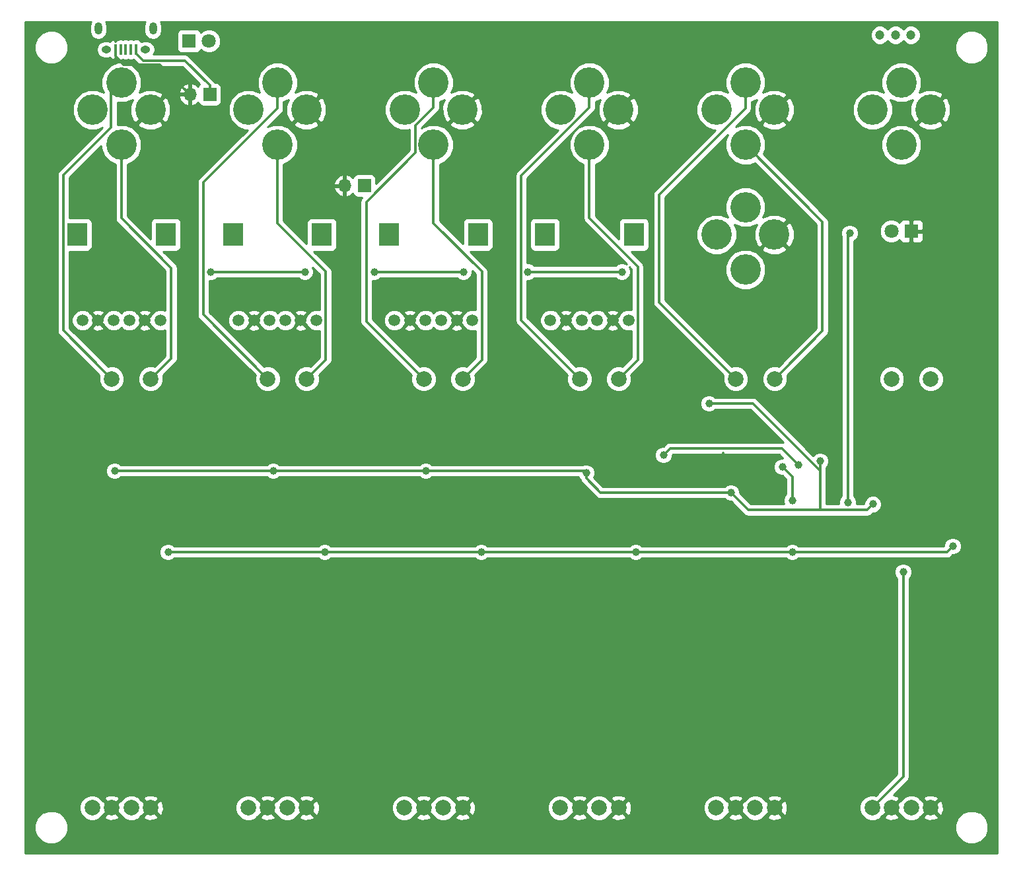
<source format=gtl>
G04 #@! TF.FileFunction,Copper,L1,Top,Signal*
%FSLAX46Y46*%
G04 Gerber Fmt 4.6, Leading zero omitted, Abs format (unit mm)*
G04 Created by KiCad (PCBNEW 4.0.6) date Fri Jul 14 20:21:39 2017*
%MOMM*%
%LPD*%
G01*
G04 APERTURE LIST*
%ADD10C,0.100000*%
%ADD11C,3.900000*%
%ADD12R,2.600000X3.000000*%
%ADD13C,1.500000*%
%ADD14R,1.800000X1.800000*%
%ADD15C,1.800000*%
%ADD16R,1.700000X1.700000*%
%ADD17O,1.700000X1.700000*%
%ADD18R,0.400000X1.350000*%
%ADD19O,1.250000X0.950000*%
%ADD20O,1.000000X1.550000*%
%ADD21C,2.000000*%
%ADD22C,1.200000*%
%ADD23C,1.000000*%
%ADD24C,0.300000*%
%ADD25C,0.254000*%
G04 APERTURE END LIST*
D10*
D11*
X103300000Y-116000000D03*
X107000000Y-112500000D03*
X107000000Y-120500000D03*
X110700000Y-116000000D03*
X123300000Y-100000000D03*
X127000000Y-96500000D03*
X127000000Y-104500000D03*
X130700000Y-100000000D03*
X23300000Y-100000000D03*
X27000000Y-96500000D03*
X27000000Y-104500000D03*
X30700000Y-100000000D03*
X43300000Y-100000000D03*
X47000000Y-96500000D03*
X47000000Y-104500000D03*
X50700000Y-100000000D03*
X63300000Y-100000000D03*
X67000000Y-96500000D03*
X67000000Y-104500000D03*
X70700000Y-100000000D03*
X83300000Y-100000000D03*
X87000000Y-96500000D03*
X87000000Y-104500000D03*
X90700000Y-100000000D03*
X103300000Y-100000000D03*
X107000000Y-96500000D03*
X107000000Y-104500000D03*
X110700000Y-100000000D03*
D12*
X52700000Y-116000000D03*
D13*
X42000000Y-127000000D03*
X44000000Y-127000000D03*
X46000000Y-127000000D03*
X48000000Y-127000000D03*
X50000000Y-127000000D03*
X52000000Y-127000000D03*
D12*
X41300000Y-116000000D03*
X32700000Y-116000000D03*
D13*
X22000000Y-127000000D03*
X24000000Y-127000000D03*
X26000000Y-127000000D03*
X28000000Y-127000000D03*
X30000000Y-127000000D03*
X32000000Y-127000000D03*
D12*
X21300000Y-116000000D03*
X72700000Y-116000000D03*
D13*
X62000000Y-127000000D03*
X64000000Y-127000000D03*
X66000000Y-127000000D03*
X68000000Y-127000000D03*
X70000000Y-127000000D03*
X72000000Y-127000000D03*
D12*
X61300000Y-116000000D03*
X92700000Y-116000000D03*
D13*
X82000000Y-127000000D03*
X84000000Y-127000000D03*
X86000000Y-127000000D03*
X88000000Y-127000000D03*
X90000000Y-127000000D03*
X92000000Y-127000000D03*
D12*
X81300000Y-116000000D03*
D14*
X35671000Y-91184000D03*
D15*
X38211000Y-91184000D03*
D16*
X38320000Y-98034000D03*
D17*
X35780000Y-98034000D03*
D16*
X58150000Y-109726000D03*
D17*
X55610000Y-109726000D03*
D14*
X128254000Y-115568000D03*
D15*
X125714000Y-115568000D03*
D18*
X28843000Y-92280000D03*
X28193000Y-92280000D03*
X27543000Y-92280000D03*
X26893000Y-92280000D03*
X26243000Y-92280000D03*
D19*
X30043000Y-92280000D03*
X25043000Y-92280000D03*
D20*
X31043000Y-89580000D03*
X24043000Y-89580000D03*
D21*
X125750000Y-189500000D03*
X123250000Y-189500000D03*
X125750000Y-134500000D03*
X128250000Y-189500000D03*
X130750000Y-189500000D03*
X130750000Y-134500000D03*
X85750000Y-189500000D03*
X83250000Y-189500000D03*
X85750000Y-134500000D03*
X88250000Y-189500000D03*
X90750000Y-189500000D03*
X90750000Y-134500000D03*
X105750000Y-189500000D03*
X103250000Y-189500000D03*
X105750000Y-134500000D03*
X108250000Y-189500000D03*
X110750000Y-189500000D03*
X110750000Y-134500000D03*
X65750000Y-189500000D03*
X63250000Y-189500000D03*
X65750000Y-134500000D03*
X68250000Y-189500000D03*
X70750000Y-189500000D03*
X70750000Y-134500000D03*
X45750000Y-189500000D03*
X43250000Y-189500000D03*
X45750000Y-134500000D03*
X48250000Y-189500000D03*
X50750000Y-189500000D03*
X50750000Y-134500000D03*
X25750000Y-189500000D03*
X23250000Y-189500000D03*
X25750000Y-134500000D03*
X28250000Y-189500000D03*
X30750000Y-189500000D03*
X30750000Y-134500000D03*
D22*
X128222000Y-90422000D03*
X126222000Y-90422000D03*
X124222000Y-90422000D03*
D23*
X120126000Y-103122000D03*
X102346000Y-134618000D03*
X123682000Y-145540000D03*
X124514000Y-148842000D03*
X104632000Y-144590000D03*
X120380000Y-115822000D03*
X120126000Y-150366000D03*
X113776000Y-145540000D03*
X96504000Y-144270000D03*
X91170000Y-120775000D03*
X79105000Y-120775000D03*
X70850000Y-120775000D03*
X59420000Y-120775000D03*
X50530000Y-120775000D03*
X38465000Y-120775000D03*
X127238000Y-159256000D03*
X113014000Y-150112000D03*
X111744000Y-145794000D03*
X113014000Y-156716000D03*
X133588000Y-155954000D03*
X73136000Y-156716000D03*
X33004000Y-156716000D03*
X92948000Y-156716000D03*
X53070000Y-156716000D03*
X116570000Y-145032000D03*
X102346000Y-137666000D03*
X123354655Y-150565822D03*
X105140000Y-149096000D03*
X86598000Y-146556000D03*
X66024000Y-146302000D03*
X46466000Y-146302000D03*
X26146000Y-146302000D03*
D24*
X26243000Y-92280000D02*
X26243000Y-93135002D01*
X34930001Y-97184001D02*
X35780000Y-98034000D01*
X26243000Y-93135002D02*
X27307997Y-94199999D01*
X27307997Y-94199999D02*
X31945999Y-94199999D01*
X31945999Y-94199999D02*
X34930001Y-97184001D01*
X35720000Y-97974000D02*
X35780000Y-98034000D01*
X120126000Y-103122000D02*
X113822000Y-103122000D01*
X113822000Y-103122000D02*
X110700000Y-100000000D01*
X123682000Y-145540000D02*
X123182001Y-146039999D01*
X123182001Y-146039999D02*
X123182001Y-147510001D01*
X123182001Y-147510001D02*
X124014001Y-148342001D01*
X124014001Y-148342001D02*
X124514000Y-148842000D01*
X104124000Y-144082000D02*
X104124000Y-144016000D01*
X104632000Y-144590000D02*
X104124000Y-144082000D01*
X120126000Y-119632000D02*
X120126000Y-115822000D01*
X120126000Y-115822000D02*
X120380000Y-115822000D01*
X120126000Y-150366000D02*
X120126000Y-119632000D01*
X111651990Y-143415990D02*
X113776000Y-145540000D01*
X96504000Y-144270000D02*
X97358010Y-143415990D01*
X97358010Y-143415990D02*
X111651990Y-143415990D01*
X79105000Y-120775000D02*
X91170000Y-120775000D01*
X59420000Y-120775000D02*
X70850000Y-120775000D01*
X38465000Y-120775000D02*
X50530000Y-120775000D01*
X23662000Y-99876000D02*
X24622000Y-100582000D01*
X22000000Y-127000000D02*
X21900000Y-127000000D01*
X62000000Y-127000000D02*
X61905000Y-127000000D01*
X27000000Y-96500000D02*
X25700001Y-97799999D01*
X25700001Y-97799999D02*
X25700001Y-102247997D01*
X25700001Y-102247997D02*
X19549999Y-108397999D01*
X19549999Y-108397999D02*
X19549999Y-128299999D01*
X19549999Y-128299999D02*
X24750001Y-133500001D01*
X24750001Y-133500001D02*
X25750000Y-134500000D01*
X30750000Y-134500000D02*
X33385000Y-131865000D01*
X33385000Y-131865000D02*
X33385000Y-120295002D01*
X33385000Y-120295002D02*
X27000000Y-113910002D01*
X27000000Y-113910002D02*
X27000000Y-107257716D01*
X27000000Y-107257716D02*
X27000000Y-104500000D01*
X45750000Y-134500000D02*
X37514999Y-126264999D01*
X37514999Y-126264999D02*
X37514999Y-109337003D01*
X47000000Y-99257716D02*
X47000000Y-96500000D01*
X37514999Y-109337003D02*
X47000000Y-99852002D01*
X47000000Y-99852002D02*
X47000000Y-99257716D01*
X47000000Y-104500000D02*
X47000000Y-114568998D01*
X47000000Y-114568998D02*
X53200001Y-120768999D01*
X53200001Y-120768999D02*
X53200001Y-132049999D01*
X53200001Y-132049999D02*
X51749999Y-133500001D01*
X51749999Y-133500001D02*
X50750000Y-134500000D01*
X65750000Y-134500000D02*
X58404000Y-127154000D01*
X58404000Y-127154000D02*
X58404000Y-111802002D01*
X58404000Y-111802002D02*
X64699999Y-105506003D01*
X64699999Y-105506003D02*
X64699999Y-102004003D01*
X64699999Y-102004003D02*
X67000000Y-99704002D01*
X67000000Y-99704002D02*
X67000000Y-99257716D01*
X67000000Y-99257716D02*
X67000000Y-96500000D01*
X70750000Y-134500000D02*
X73200001Y-132049999D01*
X73200001Y-132049999D02*
X73200001Y-120745003D01*
X73200001Y-120745003D02*
X67000000Y-114545002D01*
X67000000Y-114545002D02*
X67000000Y-107257716D01*
X67000000Y-107257716D02*
X67000000Y-104500000D01*
X85750000Y-134500000D02*
X78254999Y-127004999D01*
X78254999Y-127004999D02*
X78254999Y-108449003D01*
X78254999Y-108449003D02*
X87000000Y-99704002D01*
X87000000Y-99704002D02*
X87000000Y-99257716D01*
X87000000Y-99257716D02*
X87000000Y-96500000D01*
X90750000Y-134500000D02*
X93200001Y-132049999D01*
X93200001Y-132049999D02*
X93200001Y-120110003D01*
X87000000Y-113910002D02*
X87000000Y-107257716D01*
X93200001Y-120110003D02*
X87000000Y-113910002D01*
X87000000Y-107257716D02*
X87000000Y-104500000D01*
X107000000Y-96500000D02*
X107000000Y-99852002D01*
X107000000Y-99852002D02*
X95934999Y-110917003D01*
X95934999Y-110917003D02*
X95934999Y-124684999D01*
X95934999Y-124684999D02*
X104750001Y-133500001D01*
X104750001Y-133500001D02*
X105750000Y-134500000D01*
X107000000Y-104500000D02*
X116885001Y-114385001D01*
X116885001Y-114385001D02*
X116885001Y-128364999D01*
X116885001Y-128364999D02*
X111749999Y-133500001D01*
X111749999Y-133500001D02*
X110750000Y-134500000D01*
X127238000Y-159256000D02*
X127238000Y-185512000D01*
X127238000Y-185512000D02*
X123250000Y-189500000D01*
X113014000Y-156716000D02*
X113776000Y-156716000D01*
X111744000Y-145794000D02*
X113014000Y-147064000D01*
X113014000Y-147064000D02*
X113014000Y-150112000D01*
X132826000Y-156716000D02*
X133588000Y-155954000D01*
X113776000Y-156716000D02*
X132826000Y-156716000D01*
X92948000Y-156716000D02*
X113776000Y-156716000D01*
X33004000Y-156716000D02*
X53070000Y-156716000D01*
X73136000Y-156716000D02*
X92948000Y-156716000D01*
X53070000Y-156716000D02*
X73136000Y-156716000D01*
X116570000Y-146302000D02*
X116570000Y-146810000D01*
X116570000Y-146810000D02*
X116570000Y-151316001D01*
X116570000Y-145032000D02*
X116570000Y-146810000D01*
X86598000Y-146556000D02*
X86598000Y-147263106D01*
X86598000Y-147263106D02*
X88430894Y-149096000D01*
X88430894Y-149096000D02*
X104432894Y-149096000D01*
X104432894Y-149096000D02*
X105140000Y-149096000D01*
X107360001Y-151316001D02*
X116570000Y-151316001D01*
X116570000Y-151316001D02*
X122604476Y-151316001D01*
X102346000Y-137666000D02*
X107934000Y-137666000D01*
X107934000Y-137666000D02*
X116570000Y-146302000D01*
X105140000Y-149096000D02*
X107360001Y-151316001D01*
X122604476Y-151316001D02*
X123354655Y-150565822D01*
X86598000Y-146302000D02*
X86598000Y-146556000D01*
X66024000Y-146302000D02*
X86598000Y-146302000D01*
X66024000Y-146302000D02*
X46466000Y-146302000D01*
X26146000Y-146302000D02*
X46466000Y-146302000D01*
X28843000Y-92280000D02*
X28843000Y-92755000D01*
X35135989Y-93699989D02*
X38320000Y-96884000D01*
X28843000Y-92755000D02*
X29787989Y-93699989D01*
X29787989Y-93699989D02*
X35135989Y-93699989D01*
X38320000Y-96884000D02*
X38320000Y-98034000D01*
X28843000Y-92280000D02*
X28843000Y-91805000D01*
X30193000Y-92280000D02*
X30043000Y-92280000D01*
X24893000Y-92280000D02*
X25043000Y-92280000D01*
D25*
G36*
X22994397Y-88843030D02*
X22908000Y-89277376D01*
X22908000Y-89882624D01*
X22994397Y-90316970D01*
X23240434Y-90685190D01*
X23608654Y-90931227D01*
X24043000Y-91017624D01*
X24477346Y-90931227D01*
X24845566Y-90685190D01*
X25091603Y-90316970D01*
X25178000Y-89882624D01*
X25178000Y-89277376D01*
X25091603Y-88843030D01*
X24986011Y-88685000D01*
X30099989Y-88685000D01*
X29994397Y-88843030D01*
X29908000Y-89277376D01*
X29908000Y-89882624D01*
X29994397Y-90316970D01*
X30240434Y-90685190D01*
X30608654Y-90931227D01*
X31043000Y-91017624D01*
X31477346Y-90931227D01*
X31845566Y-90685190D01*
X32091603Y-90316970D01*
X32098161Y-90284000D01*
X34123560Y-90284000D01*
X34123560Y-92084000D01*
X34167838Y-92319317D01*
X34306910Y-92535441D01*
X34519110Y-92680431D01*
X34771000Y-92731440D01*
X36571000Y-92731440D01*
X36806317Y-92687162D01*
X37022441Y-92548090D01*
X37167431Y-92335890D01*
X37171567Y-92315466D01*
X37340357Y-92484551D01*
X37904330Y-92718733D01*
X38514991Y-92719265D01*
X39079371Y-92486068D01*
X39142734Y-92422815D01*
X133864630Y-92422815D01*
X134188980Y-93207800D01*
X134789041Y-93808909D01*
X135573459Y-94134628D01*
X136422815Y-94135370D01*
X137207800Y-93811020D01*
X137808909Y-93210959D01*
X138134628Y-92426541D01*
X138135370Y-91577185D01*
X137811020Y-90792200D01*
X137210959Y-90191091D01*
X136426541Y-89865372D01*
X135577185Y-89864630D01*
X134792200Y-90188980D01*
X134191091Y-90789041D01*
X133865372Y-91573459D01*
X133864630Y-92422815D01*
X39142734Y-92422815D01*
X39511551Y-92054643D01*
X39745733Y-91490670D01*
X39746265Y-90880009D01*
X39658078Y-90666579D01*
X122986786Y-90666579D01*
X123174408Y-91120657D01*
X123521515Y-91468371D01*
X123975266Y-91656785D01*
X124466579Y-91657214D01*
X124920657Y-91469592D01*
X125222221Y-91168554D01*
X125521515Y-91468371D01*
X125975266Y-91656785D01*
X126466579Y-91657214D01*
X126920657Y-91469592D01*
X127222221Y-91168554D01*
X127521515Y-91468371D01*
X127975266Y-91656785D01*
X128466579Y-91657214D01*
X128920657Y-91469592D01*
X129268371Y-91122485D01*
X129456785Y-90668734D01*
X129457214Y-90177421D01*
X129269592Y-89723343D01*
X128922485Y-89375629D01*
X128468734Y-89187215D01*
X127977421Y-89186786D01*
X127523343Y-89374408D01*
X127221779Y-89675446D01*
X126922485Y-89375629D01*
X126468734Y-89187215D01*
X125977421Y-89186786D01*
X125523343Y-89374408D01*
X125221779Y-89675446D01*
X124922485Y-89375629D01*
X124468734Y-89187215D01*
X123977421Y-89186786D01*
X123523343Y-89374408D01*
X123175629Y-89721515D01*
X122987215Y-90175266D01*
X122986786Y-90666579D01*
X39658078Y-90666579D01*
X39513068Y-90315629D01*
X39081643Y-89883449D01*
X38517670Y-89649267D01*
X37907009Y-89648735D01*
X37342629Y-89881932D01*
X37174387Y-90049880D01*
X37174162Y-90048683D01*
X37035090Y-89832559D01*
X36822890Y-89687569D01*
X36571000Y-89636560D01*
X34771000Y-89636560D01*
X34535683Y-89680838D01*
X34319559Y-89819910D01*
X34174569Y-90032110D01*
X34123560Y-90284000D01*
X32098161Y-90284000D01*
X32178000Y-89882624D01*
X32178000Y-89277376D01*
X32091603Y-88843030D01*
X31986011Y-88685000D01*
X139315000Y-88685000D01*
X139315000Y-195315000D01*
X14685000Y-195315000D01*
X14685000Y-192422815D01*
X15864630Y-192422815D01*
X16188980Y-193207800D01*
X16789041Y-193808909D01*
X17573459Y-194134628D01*
X18422815Y-194135370D01*
X19207800Y-193811020D01*
X19808909Y-193210959D01*
X20134628Y-192426541D01*
X20134631Y-192422815D01*
X133864630Y-192422815D01*
X134188980Y-193207800D01*
X134789041Y-193808909D01*
X135573459Y-194134628D01*
X136422815Y-194135370D01*
X137207800Y-193811020D01*
X137808909Y-193210959D01*
X138134628Y-192426541D01*
X138135370Y-191577185D01*
X137811020Y-190792200D01*
X137210959Y-190191091D01*
X136426541Y-189865372D01*
X135577185Y-189864630D01*
X134792200Y-190188980D01*
X134191091Y-190789041D01*
X133865372Y-191573459D01*
X133864630Y-192422815D01*
X20134631Y-192422815D01*
X20135370Y-191577185D01*
X19811020Y-190792200D01*
X19210959Y-190191091D01*
X18426541Y-189865372D01*
X17577185Y-189864630D01*
X16792200Y-190188980D01*
X16191091Y-190789041D01*
X15865372Y-191573459D01*
X15864630Y-192422815D01*
X14685000Y-192422815D01*
X14685000Y-189823795D01*
X21614716Y-189823795D01*
X21863106Y-190424943D01*
X22322637Y-190885278D01*
X22923352Y-191134716D01*
X23573795Y-191135284D01*
X24174943Y-190886894D01*
X24409715Y-190652532D01*
X24777073Y-190652532D01*
X24875736Y-190919387D01*
X25485461Y-191145908D01*
X26135460Y-191121856D01*
X26624264Y-190919387D01*
X26722927Y-190652532D01*
X25750000Y-189679605D01*
X24777073Y-190652532D01*
X24409715Y-190652532D01*
X24591752Y-190470813D01*
X24597468Y-190472927D01*
X25570395Y-189500000D01*
X25929605Y-189500000D01*
X26902532Y-190472927D01*
X26908722Y-190470639D01*
X27322637Y-190885278D01*
X27923352Y-191134716D01*
X28573795Y-191135284D01*
X29174943Y-190886894D01*
X29409715Y-190652532D01*
X29777073Y-190652532D01*
X29875736Y-190919387D01*
X30485461Y-191145908D01*
X31135460Y-191121856D01*
X31624264Y-190919387D01*
X31722927Y-190652532D01*
X30750000Y-189679605D01*
X29777073Y-190652532D01*
X29409715Y-190652532D01*
X29591752Y-190470813D01*
X29597468Y-190472927D01*
X30570395Y-189500000D01*
X30929605Y-189500000D01*
X31902532Y-190472927D01*
X32169387Y-190374264D01*
X32373893Y-189823795D01*
X41614716Y-189823795D01*
X41863106Y-190424943D01*
X42322637Y-190885278D01*
X42923352Y-191134716D01*
X43573795Y-191135284D01*
X44174943Y-190886894D01*
X44409715Y-190652532D01*
X44777073Y-190652532D01*
X44875736Y-190919387D01*
X45485461Y-191145908D01*
X46135460Y-191121856D01*
X46624264Y-190919387D01*
X46722927Y-190652532D01*
X45750000Y-189679605D01*
X44777073Y-190652532D01*
X44409715Y-190652532D01*
X44591752Y-190470813D01*
X44597468Y-190472927D01*
X45570395Y-189500000D01*
X45929605Y-189500000D01*
X46902532Y-190472927D01*
X46908722Y-190470639D01*
X47322637Y-190885278D01*
X47923352Y-191134716D01*
X48573795Y-191135284D01*
X49174943Y-190886894D01*
X49409715Y-190652532D01*
X49777073Y-190652532D01*
X49875736Y-190919387D01*
X50485461Y-191145908D01*
X51135460Y-191121856D01*
X51624264Y-190919387D01*
X51722927Y-190652532D01*
X50750000Y-189679605D01*
X49777073Y-190652532D01*
X49409715Y-190652532D01*
X49591752Y-190470813D01*
X49597468Y-190472927D01*
X50570395Y-189500000D01*
X50929605Y-189500000D01*
X51902532Y-190472927D01*
X52169387Y-190374264D01*
X52373893Y-189823795D01*
X61614716Y-189823795D01*
X61863106Y-190424943D01*
X62322637Y-190885278D01*
X62923352Y-191134716D01*
X63573795Y-191135284D01*
X64174943Y-190886894D01*
X64409715Y-190652532D01*
X64777073Y-190652532D01*
X64875736Y-190919387D01*
X65485461Y-191145908D01*
X66135460Y-191121856D01*
X66624264Y-190919387D01*
X66722927Y-190652532D01*
X65750000Y-189679605D01*
X64777073Y-190652532D01*
X64409715Y-190652532D01*
X64591752Y-190470813D01*
X64597468Y-190472927D01*
X65570395Y-189500000D01*
X65929605Y-189500000D01*
X66902532Y-190472927D01*
X66908722Y-190470639D01*
X67322637Y-190885278D01*
X67923352Y-191134716D01*
X68573795Y-191135284D01*
X69174943Y-190886894D01*
X69409715Y-190652532D01*
X69777073Y-190652532D01*
X69875736Y-190919387D01*
X70485461Y-191145908D01*
X71135460Y-191121856D01*
X71624264Y-190919387D01*
X71722927Y-190652532D01*
X70750000Y-189679605D01*
X69777073Y-190652532D01*
X69409715Y-190652532D01*
X69591752Y-190470813D01*
X69597468Y-190472927D01*
X70570395Y-189500000D01*
X70929605Y-189500000D01*
X71902532Y-190472927D01*
X72169387Y-190374264D01*
X72373893Y-189823795D01*
X81614716Y-189823795D01*
X81863106Y-190424943D01*
X82322637Y-190885278D01*
X82923352Y-191134716D01*
X83573795Y-191135284D01*
X84174943Y-190886894D01*
X84409715Y-190652532D01*
X84777073Y-190652532D01*
X84875736Y-190919387D01*
X85485461Y-191145908D01*
X86135460Y-191121856D01*
X86624264Y-190919387D01*
X86722927Y-190652532D01*
X85750000Y-189679605D01*
X84777073Y-190652532D01*
X84409715Y-190652532D01*
X84591752Y-190470813D01*
X84597468Y-190472927D01*
X85570395Y-189500000D01*
X85929605Y-189500000D01*
X86902532Y-190472927D01*
X86908722Y-190470639D01*
X87322637Y-190885278D01*
X87923352Y-191134716D01*
X88573795Y-191135284D01*
X89174943Y-190886894D01*
X89409715Y-190652532D01*
X89777073Y-190652532D01*
X89875736Y-190919387D01*
X90485461Y-191145908D01*
X91135460Y-191121856D01*
X91624264Y-190919387D01*
X91722927Y-190652532D01*
X90750000Y-189679605D01*
X89777073Y-190652532D01*
X89409715Y-190652532D01*
X89591752Y-190470813D01*
X89597468Y-190472927D01*
X90570395Y-189500000D01*
X90929605Y-189500000D01*
X91902532Y-190472927D01*
X92169387Y-190374264D01*
X92373893Y-189823795D01*
X101614716Y-189823795D01*
X101863106Y-190424943D01*
X102322637Y-190885278D01*
X102923352Y-191134716D01*
X103573795Y-191135284D01*
X104174943Y-190886894D01*
X104409715Y-190652532D01*
X104777073Y-190652532D01*
X104875736Y-190919387D01*
X105485461Y-191145908D01*
X106135460Y-191121856D01*
X106624264Y-190919387D01*
X106722927Y-190652532D01*
X105750000Y-189679605D01*
X104777073Y-190652532D01*
X104409715Y-190652532D01*
X104591752Y-190470813D01*
X104597468Y-190472927D01*
X105570395Y-189500000D01*
X105929605Y-189500000D01*
X106902532Y-190472927D01*
X106908722Y-190470639D01*
X107322637Y-190885278D01*
X107923352Y-191134716D01*
X108573795Y-191135284D01*
X109174943Y-190886894D01*
X109409715Y-190652532D01*
X109777073Y-190652532D01*
X109875736Y-190919387D01*
X110485461Y-191145908D01*
X111135460Y-191121856D01*
X111624264Y-190919387D01*
X111722927Y-190652532D01*
X110750000Y-189679605D01*
X109777073Y-190652532D01*
X109409715Y-190652532D01*
X109591752Y-190470813D01*
X109597468Y-190472927D01*
X110570395Y-189500000D01*
X110929605Y-189500000D01*
X111902532Y-190472927D01*
X112169387Y-190374264D01*
X112373893Y-189823795D01*
X121614716Y-189823795D01*
X121863106Y-190424943D01*
X122322637Y-190885278D01*
X122923352Y-191134716D01*
X123573795Y-191135284D01*
X124174943Y-190886894D01*
X124409715Y-190652532D01*
X124777073Y-190652532D01*
X124875736Y-190919387D01*
X125485461Y-191145908D01*
X126135460Y-191121856D01*
X126624264Y-190919387D01*
X126722927Y-190652532D01*
X125750000Y-189679605D01*
X124777073Y-190652532D01*
X124409715Y-190652532D01*
X124591752Y-190470813D01*
X124597468Y-190472927D01*
X125570395Y-189500000D01*
X125929605Y-189500000D01*
X126902532Y-190472927D01*
X126908722Y-190470639D01*
X127322637Y-190885278D01*
X127923352Y-191134716D01*
X128573795Y-191135284D01*
X129174943Y-190886894D01*
X129409715Y-190652532D01*
X129777073Y-190652532D01*
X129875736Y-190919387D01*
X130485461Y-191145908D01*
X131135460Y-191121856D01*
X131624264Y-190919387D01*
X131722927Y-190652532D01*
X130750000Y-189679605D01*
X129777073Y-190652532D01*
X129409715Y-190652532D01*
X129591752Y-190470813D01*
X129597468Y-190472927D01*
X130570395Y-189500000D01*
X130929605Y-189500000D01*
X131902532Y-190472927D01*
X132169387Y-190374264D01*
X132395908Y-189764539D01*
X132371856Y-189114540D01*
X132169387Y-188625736D01*
X131902532Y-188527073D01*
X130929605Y-189500000D01*
X130570395Y-189500000D01*
X129597468Y-188527073D01*
X129591278Y-188529361D01*
X129409703Y-188347468D01*
X129777073Y-188347468D01*
X130750000Y-189320395D01*
X131722927Y-188347468D01*
X131624264Y-188080613D01*
X131014539Y-187854092D01*
X130364540Y-187878144D01*
X129875736Y-188080613D01*
X129777073Y-188347468D01*
X129409703Y-188347468D01*
X129177363Y-188114722D01*
X128576648Y-187865284D01*
X127926205Y-187864716D01*
X127325057Y-188113106D01*
X126908248Y-188529187D01*
X126902532Y-188527073D01*
X125929605Y-189500000D01*
X125570395Y-189500000D01*
X125556253Y-189485858D01*
X125735858Y-189306253D01*
X125750000Y-189320395D01*
X126722927Y-188347468D01*
X126624264Y-188080613D01*
X126014539Y-187854092D01*
X126005740Y-187854418D01*
X127793079Y-186067079D01*
X127963245Y-185812406D01*
X128023000Y-185512000D01*
X128023000Y-160076102D01*
X128199645Y-159899765D01*
X128372803Y-159482756D01*
X128373197Y-159031225D01*
X128200767Y-158613914D01*
X127881765Y-158294355D01*
X127464756Y-158121197D01*
X127013225Y-158120803D01*
X126595914Y-158293233D01*
X126276355Y-158612235D01*
X126103197Y-159029244D01*
X126102803Y-159480775D01*
X126275233Y-159898086D01*
X126453000Y-160076163D01*
X126453000Y-185186842D01*
X123716490Y-187923352D01*
X123576648Y-187865284D01*
X122926205Y-187864716D01*
X122325057Y-188113106D01*
X121864722Y-188572637D01*
X121615284Y-189173352D01*
X121614716Y-189823795D01*
X112373893Y-189823795D01*
X112395908Y-189764539D01*
X112371856Y-189114540D01*
X112169387Y-188625736D01*
X111902532Y-188527073D01*
X110929605Y-189500000D01*
X110570395Y-189500000D01*
X109597468Y-188527073D01*
X109591278Y-188529361D01*
X109409703Y-188347468D01*
X109777073Y-188347468D01*
X110750000Y-189320395D01*
X111722927Y-188347468D01*
X111624264Y-188080613D01*
X111014539Y-187854092D01*
X110364540Y-187878144D01*
X109875736Y-188080613D01*
X109777073Y-188347468D01*
X109409703Y-188347468D01*
X109177363Y-188114722D01*
X108576648Y-187865284D01*
X107926205Y-187864716D01*
X107325057Y-188113106D01*
X106908248Y-188529187D01*
X106902532Y-188527073D01*
X105929605Y-189500000D01*
X105570395Y-189500000D01*
X104597468Y-188527073D01*
X104591278Y-188529361D01*
X104409703Y-188347468D01*
X104777073Y-188347468D01*
X105750000Y-189320395D01*
X106722927Y-188347468D01*
X106624264Y-188080613D01*
X106014539Y-187854092D01*
X105364540Y-187878144D01*
X104875736Y-188080613D01*
X104777073Y-188347468D01*
X104409703Y-188347468D01*
X104177363Y-188114722D01*
X103576648Y-187865284D01*
X102926205Y-187864716D01*
X102325057Y-188113106D01*
X101864722Y-188572637D01*
X101615284Y-189173352D01*
X101614716Y-189823795D01*
X92373893Y-189823795D01*
X92395908Y-189764539D01*
X92371856Y-189114540D01*
X92169387Y-188625736D01*
X91902532Y-188527073D01*
X90929605Y-189500000D01*
X90570395Y-189500000D01*
X89597468Y-188527073D01*
X89591278Y-188529361D01*
X89409703Y-188347468D01*
X89777073Y-188347468D01*
X90750000Y-189320395D01*
X91722927Y-188347468D01*
X91624264Y-188080613D01*
X91014539Y-187854092D01*
X90364540Y-187878144D01*
X89875736Y-188080613D01*
X89777073Y-188347468D01*
X89409703Y-188347468D01*
X89177363Y-188114722D01*
X88576648Y-187865284D01*
X87926205Y-187864716D01*
X87325057Y-188113106D01*
X86908248Y-188529187D01*
X86902532Y-188527073D01*
X85929605Y-189500000D01*
X85570395Y-189500000D01*
X84597468Y-188527073D01*
X84591278Y-188529361D01*
X84409703Y-188347468D01*
X84777073Y-188347468D01*
X85750000Y-189320395D01*
X86722927Y-188347468D01*
X86624264Y-188080613D01*
X86014539Y-187854092D01*
X85364540Y-187878144D01*
X84875736Y-188080613D01*
X84777073Y-188347468D01*
X84409703Y-188347468D01*
X84177363Y-188114722D01*
X83576648Y-187865284D01*
X82926205Y-187864716D01*
X82325057Y-188113106D01*
X81864722Y-188572637D01*
X81615284Y-189173352D01*
X81614716Y-189823795D01*
X72373893Y-189823795D01*
X72395908Y-189764539D01*
X72371856Y-189114540D01*
X72169387Y-188625736D01*
X71902532Y-188527073D01*
X70929605Y-189500000D01*
X70570395Y-189500000D01*
X69597468Y-188527073D01*
X69591278Y-188529361D01*
X69409703Y-188347468D01*
X69777073Y-188347468D01*
X70750000Y-189320395D01*
X71722927Y-188347468D01*
X71624264Y-188080613D01*
X71014539Y-187854092D01*
X70364540Y-187878144D01*
X69875736Y-188080613D01*
X69777073Y-188347468D01*
X69409703Y-188347468D01*
X69177363Y-188114722D01*
X68576648Y-187865284D01*
X67926205Y-187864716D01*
X67325057Y-188113106D01*
X66908248Y-188529187D01*
X66902532Y-188527073D01*
X65929605Y-189500000D01*
X65570395Y-189500000D01*
X64597468Y-188527073D01*
X64591278Y-188529361D01*
X64409703Y-188347468D01*
X64777073Y-188347468D01*
X65750000Y-189320395D01*
X66722927Y-188347468D01*
X66624264Y-188080613D01*
X66014539Y-187854092D01*
X65364540Y-187878144D01*
X64875736Y-188080613D01*
X64777073Y-188347468D01*
X64409703Y-188347468D01*
X64177363Y-188114722D01*
X63576648Y-187865284D01*
X62926205Y-187864716D01*
X62325057Y-188113106D01*
X61864722Y-188572637D01*
X61615284Y-189173352D01*
X61614716Y-189823795D01*
X52373893Y-189823795D01*
X52395908Y-189764539D01*
X52371856Y-189114540D01*
X52169387Y-188625736D01*
X51902532Y-188527073D01*
X50929605Y-189500000D01*
X50570395Y-189500000D01*
X49597468Y-188527073D01*
X49591278Y-188529361D01*
X49409703Y-188347468D01*
X49777073Y-188347468D01*
X50750000Y-189320395D01*
X51722927Y-188347468D01*
X51624264Y-188080613D01*
X51014539Y-187854092D01*
X50364540Y-187878144D01*
X49875736Y-188080613D01*
X49777073Y-188347468D01*
X49409703Y-188347468D01*
X49177363Y-188114722D01*
X48576648Y-187865284D01*
X47926205Y-187864716D01*
X47325057Y-188113106D01*
X46908248Y-188529187D01*
X46902532Y-188527073D01*
X45929605Y-189500000D01*
X45570395Y-189500000D01*
X44597468Y-188527073D01*
X44591278Y-188529361D01*
X44409703Y-188347468D01*
X44777073Y-188347468D01*
X45750000Y-189320395D01*
X46722927Y-188347468D01*
X46624264Y-188080613D01*
X46014539Y-187854092D01*
X45364540Y-187878144D01*
X44875736Y-188080613D01*
X44777073Y-188347468D01*
X44409703Y-188347468D01*
X44177363Y-188114722D01*
X43576648Y-187865284D01*
X42926205Y-187864716D01*
X42325057Y-188113106D01*
X41864722Y-188572637D01*
X41615284Y-189173352D01*
X41614716Y-189823795D01*
X32373893Y-189823795D01*
X32395908Y-189764539D01*
X32371856Y-189114540D01*
X32169387Y-188625736D01*
X31902532Y-188527073D01*
X30929605Y-189500000D01*
X30570395Y-189500000D01*
X29597468Y-188527073D01*
X29591278Y-188529361D01*
X29409703Y-188347468D01*
X29777073Y-188347468D01*
X30750000Y-189320395D01*
X31722927Y-188347468D01*
X31624264Y-188080613D01*
X31014539Y-187854092D01*
X30364540Y-187878144D01*
X29875736Y-188080613D01*
X29777073Y-188347468D01*
X29409703Y-188347468D01*
X29177363Y-188114722D01*
X28576648Y-187865284D01*
X27926205Y-187864716D01*
X27325057Y-188113106D01*
X26908248Y-188529187D01*
X26902532Y-188527073D01*
X25929605Y-189500000D01*
X25570395Y-189500000D01*
X24597468Y-188527073D01*
X24591278Y-188529361D01*
X24409703Y-188347468D01*
X24777073Y-188347468D01*
X25750000Y-189320395D01*
X26722927Y-188347468D01*
X26624264Y-188080613D01*
X26014539Y-187854092D01*
X25364540Y-187878144D01*
X24875736Y-188080613D01*
X24777073Y-188347468D01*
X24409703Y-188347468D01*
X24177363Y-188114722D01*
X23576648Y-187865284D01*
X22926205Y-187864716D01*
X22325057Y-188113106D01*
X21864722Y-188572637D01*
X21615284Y-189173352D01*
X21614716Y-189823795D01*
X14685000Y-189823795D01*
X14685000Y-156940775D01*
X31868803Y-156940775D01*
X32041233Y-157358086D01*
X32360235Y-157677645D01*
X32777244Y-157850803D01*
X33228775Y-157851197D01*
X33646086Y-157678767D01*
X33824163Y-157501000D01*
X52249898Y-157501000D01*
X52426235Y-157677645D01*
X52843244Y-157850803D01*
X53294775Y-157851197D01*
X53712086Y-157678767D01*
X53890163Y-157501000D01*
X72315898Y-157501000D01*
X72492235Y-157677645D01*
X72909244Y-157850803D01*
X73360775Y-157851197D01*
X73778086Y-157678767D01*
X73956163Y-157501000D01*
X92127898Y-157501000D01*
X92304235Y-157677645D01*
X92721244Y-157850803D01*
X93172775Y-157851197D01*
X93590086Y-157678767D01*
X93768163Y-157501000D01*
X112193898Y-157501000D01*
X112370235Y-157677645D01*
X112787244Y-157850803D01*
X113238775Y-157851197D01*
X113656086Y-157678767D01*
X113834163Y-157501000D01*
X132826000Y-157501000D01*
X133126407Y-157441245D01*
X133381079Y-157271079D01*
X133563179Y-157088979D01*
X133812775Y-157089197D01*
X134230086Y-156916767D01*
X134549645Y-156597765D01*
X134722803Y-156180756D01*
X134723197Y-155729225D01*
X134550767Y-155311914D01*
X134231765Y-154992355D01*
X133814756Y-154819197D01*
X133363225Y-154818803D01*
X132945914Y-154991233D01*
X132626355Y-155310235D01*
X132453197Y-155727244D01*
X132453019Y-155931000D01*
X113834102Y-155931000D01*
X113657765Y-155754355D01*
X113240756Y-155581197D01*
X112789225Y-155580803D01*
X112371914Y-155753233D01*
X112193837Y-155931000D01*
X93768102Y-155931000D01*
X93591765Y-155754355D01*
X93174756Y-155581197D01*
X92723225Y-155580803D01*
X92305914Y-155753233D01*
X92127837Y-155931000D01*
X73956102Y-155931000D01*
X73779765Y-155754355D01*
X73362756Y-155581197D01*
X72911225Y-155580803D01*
X72493914Y-155753233D01*
X72315837Y-155931000D01*
X53890102Y-155931000D01*
X53713765Y-155754355D01*
X53296756Y-155581197D01*
X52845225Y-155580803D01*
X52427914Y-155753233D01*
X52249837Y-155931000D01*
X33824102Y-155931000D01*
X33647765Y-155754355D01*
X33230756Y-155581197D01*
X32779225Y-155580803D01*
X32361914Y-155753233D01*
X32042355Y-156072235D01*
X31869197Y-156489244D01*
X31868803Y-156940775D01*
X14685000Y-156940775D01*
X14685000Y-146526775D01*
X25010803Y-146526775D01*
X25183233Y-146944086D01*
X25502235Y-147263645D01*
X25919244Y-147436803D01*
X26370775Y-147437197D01*
X26788086Y-147264767D01*
X26966163Y-147087000D01*
X45645898Y-147087000D01*
X45822235Y-147263645D01*
X46239244Y-147436803D01*
X46690775Y-147437197D01*
X47108086Y-147264767D01*
X47286163Y-147087000D01*
X65203898Y-147087000D01*
X65380235Y-147263645D01*
X65797244Y-147436803D01*
X66248775Y-147437197D01*
X66666086Y-147264767D01*
X66844163Y-147087000D01*
X85589333Y-147087000D01*
X85635233Y-147198086D01*
X85841085Y-147404297D01*
X85872755Y-147563513D01*
X86042921Y-147818185D01*
X87875815Y-149651079D01*
X88130488Y-149821245D01*
X88430894Y-149881001D01*
X88430899Y-149881000D01*
X104319898Y-149881000D01*
X104496235Y-150057645D01*
X104913244Y-150230803D01*
X105164865Y-150231023D01*
X106804920Y-151871077D01*
X106804922Y-151871080D01*
X107059595Y-152041246D01*
X107360001Y-152101002D01*
X107360006Y-152101001D01*
X122604476Y-152101001D01*
X122904883Y-152041246D01*
X123159555Y-151871080D01*
X123329834Y-151700801D01*
X123579430Y-151701019D01*
X123996741Y-151528589D01*
X124316300Y-151209587D01*
X124489458Y-150792578D01*
X124489852Y-150341047D01*
X124317422Y-149923736D01*
X123998420Y-149604177D01*
X123581411Y-149431019D01*
X123129880Y-149430625D01*
X122712569Y-149603055D01*
X122393010Y-149922057D01*
X122219852Y-150339066D01*
X122219685Y-150531001D01*
X121260857Y-150531001D01*
X121261197Y-150141225D01*
X121088767Y-149723914D01*
X120911000Y-149545837D01*
X120911000Y-134823795D01*
X124114716Y-134823795D01*
X124363106Y-135424943D01*
X124822637Y-135885278D01*
X125423352Y-136134716D01*
X126073795Y-136135284D01*
X126674943Y-135886894D01*
X127135278Y-135427363D01*
X127384716Y-134826648D01*
X127384718Y-134823795D01*
X129114716Y-134823795D01*
X129363106Y-135424943D01*
X129822637Y-135885278D01*
X130423352Y-136134716D01*
X131073795Y-136135284D01*
X131674943Y-135886894D01*
X132135278Y-135427363D01*
X132384716Y-134826648D01*
X132385284Y-134176205D01*
X132136894Y-133575057D01*
X131677363Y-133114722D01*
X131076648Y-132865284D01*
X130426205Y-132864716D01*
X129825057Y-133113106D01*
X129364722Y-133572637D01*
X129115284Y-134173352D01*
X129114716Y-134823795D01*
X127384718Y-134823795D01*
X127385284Y-134176205D01*
X127136894Y-133575057D01*
X126677363Y-133114722D01*
X126076648Y-132865284D01*
X125426205Y-132864716D01*
X124825057Y-133113106D01*
X124364722Y-133572637D01*
X124115284Y-134173352D01*
X124114716Y-134823795D01*
X120911000Y-134823795D01*
X120911000Y-116830667D01*
X121022086Y-116784767D01*
X121341645Y-116465765D01*
X121514803Y-116048756D01*
X121514957Y-115871991D01*
X124178735Y-115871991D01*
X124411932Y-116436371D01*
X124843357Y-116868551D01*
X125407330Y-117102733D01*
X126017991Y-117103265D01*
X126582371Y-116870068D01*
X126759841Y-116692908D01*
X126815673Y-116827699D01*
X126994302Y-117006327D01*
X127227691Y-117103000D01*
X127968250Y-117103000D01*
X128127000Y-116944250D01*
X128127000Y-115695000D01*
X128381000Y-115695000D01*
X128381000Y-116944250D01*
X128539750Y-117103000D01*
X129280309Y-117103000D01*
X129513698Y-117006327D01*
X129692327Y-116827699D01*
X129789000Y-116594310D01*
X129789000Y-115853750D01*
X129630250Y-115695000D01*
X128381000Y-115695000D01*
X128127000Y-115695000D01*
X128107000Y-115695000D01*
X128107000Y-115441000D01*
X128127000Y-115441000D01*
X128127000Y-114191750D01*
X128381000Y-114191750D01*
X128381000Y-115441000D01*
X129630250Y-115441000D01*
X129789000Y-115282250D01*
X129789000Y-114541690D01*
X129692327Y-114308301D01*
X129513698Y-114129673D01*
X129280309Y-114033000D01*
X128539750Y-114033000D01*
X128381000Y-114191750D01*
X128127000Y-114191750D01*
X127968250Y-114033000D01*
X127227691Y-114033000D01*
X126994302Y-114129673D01*
X126815673Y-114308301D01*
X126759881Y-114442994D01*
X126584643Y-114267449D01*
X126020670Y-114033267D01*
X125410009Y-114032735D01*
X124845629Y-114265932D01*
X124413449Y-114697357D01*
X124179267Y-115261330D01*
X124178735Y-115871991D01*
X121514957Y-115871991D01*
X121515197Y-115597225D01*
X121342767Y-115179914D01*
X121023765Y-114860355D01*
X120606756Y-114687197D01*
X120155225Y-114686803D01*
X119737914Y-114859233D01*
X119418355Y-115178235D01*
X119245197Y-115595244D01*
X119244803Y-116046775D01*
X119341000Y-116279589D01*
X119341000Y-149545898D01*
X119164355Y-149722235D01*
X118991197Y-150139244D01*
X118990855Y-150531001D01*
X117355000Y-150531001D01*
X117355000Y-145852102D01*
X117531645Y-145675765D01*
X117704803Y-145258756D01*
X117705197Y-144807225D01*
X117532767Y-144389914D01*
X117213765Y-144070355D01*
X116796756Y-143897197D01*
X116345225Y-143896803D01*
X115927914Y-144069233D01*
X115687443Y-144309285D01*
X108489079Y-137110921D01*
X108234407Y-136940755D01*
X107934000Y-136881000D01*
X103166102Y-136881000D01*
X102989765Y-136704355D01*
X102572756Y-136531197D01*
X102121225Y-136530803D01*
X101703914Y-136703233D01*
X101384355Y-137022235D01*
X101211197Y-137439244D01*
X101210803Y-137890775D01*
X101383233Y-138308086D01*
X101702235Y-138627645D01*
X102119244Y-138800803D01*
X102570775Y-138801197D01*
X102988086Y-138628767D01*
X103166163Y-138451000D01*
X107608842Y-138451000D01*
X111822810Y-142664968D01*
X111651990Y-142630990D01*
X97358015Y-142630990D01*
X97358010Y-142630989D01*
X97057604Y-142690745D01*
X96802931Y-142860911D01*
X96802929Y-142860914D01*
X96528822Y-143135021D01*
X96279225Y-143134803D01*
X95861914Y-143307233D01*
X95542355Y-143626235D01*
X95369197Y-144043244D01*
X95368803Y-144494775D01*
X95541233Y-144912086D01*
X95860235Y-145231645D01*
X96277244Y-145404803D01*
X96728775Y-145405197D01*
X97146086Y-145232767D01*
X97465645Y-144913765D01*
X97638803Y-144496756D01*
X97639023Y-144245135D01*
X97683167Y-144200990D01*
X111326832Y-144200990D01*
X111784877Y-144659035D01*
X111519225Y-144658803D01*
X111101914Y-144831233D01*
X110782355Y-145150235D01*
X110609197Y-145567244D01*
X110608803Y-146018775D01*
X110781233Y-146436086D01*
X111100235Y-146755645D01*
X111517244Y-146928803D01*
X111768865Y-146929023D01*
X112229000Y-147389158D01*
X112229000Y-149291898D01*
X112052355Y-149468235D01*
X111879197Y-149885244D01*
X111878803Y-150336775D01*
X111959056Y-150531001D01*
X107685158Y-150531001D01*
X106274979Y-149120821D01*
X106275197Y-148871225D01*
X106102767Y-148453914D01*
X105783765Y-148134355D01*
X105366756Y-147961197D01*
X104915225Y-147960803D01*
X104497914Y-148133233D01*
X104319837Y-148311000D01*
X88756052Y-148311000D01*
X87584635Y-147139583D01*
X87732803Y-146782756D01*
X87733197Y-146331225D01*
X87560767Y-145913914D01*
X87241765Y-145594355D01*
X86824756Y-145421197D01*
X86373225Y-145420803D01*
X86140411Y-145517000D01*
X66844102Y-145517000D01*
X66667765Y-145340355D01*
X66250756Y-145167197D01*
X65799225Y-145166803D01*
X65381914Y-145339233D01*
X65203837Y-145517000D01*
X47286102Y-145517000D01*
X47109765Y-145340355D01*
X46692756Y-145167197D01*
X46241225Y-145166803D01*
X45823914Y-145339233D01*
X45645837Y-145517000D01*
X26966102Y-145517000D01*
X26789765Y-145340355D01*
X26372756Y-145167197D01*
X25921225Y-145166803D01*
X25503914Y-145339233D01*
X25184355Y-145658235D01*
X25011197Y-146075244D01*
X25010803Y-146526775D01*
X14685000Y-146526775D01*
X14685000Y-108397999D01*
X18764999Y-108397999D01*
X18764999Y-128299999D01*
X18824754Y-128600406D01*
X18994920Y-128855078D01*
X24173352Y-134033510D01*
X24115284Y-134173352D01*
X24114716Y-134823795D01*
X24363106Y-135424943D01*
X24822637Y-135885278D01*
X25423352Y-136134716D01*
X26073795Y-136135284D01*
X26674943Y-135886894D01*
X27135278Y-135427363D01*
X27384716Y-134826648D01*
X27385284Y-134176205D01*
X27136894Y-133575057D01*
X26677363Y-133114722D01*
X26076648Y-132865284D01*
X25426205Y-132864716D01*
X25283740Y-132923582D01*
X20334999Y-127974841D01*
X20334999Y-127274285D01*
X20614760Y-127274285D01*
X20825169Y-127783515D01*
X21214436Y-128173461D01*
X21723298Y-128384759D01*
X22274285Y-128385240D01*
X22783515Y-128174831D01*
X22987183Y-127971517D01*
X23208088Y-127971517D01*
X23276077Y-128212460D01*
X23795171Y-128397201D01*
X24345448Y-128369230D01*
X24723923Y-128212460D01*
X24791912Y-127971517D01*
X24000000Y-127179605D01*
X23208088Y-127971517D01*
X22987183Y-127971517D01*
X23173461Y-127785564D01*
X23271901Y-127548494D01*
X23820395Y-127000000D01*
X24179605Y-127000000D01*
X24728033Y-127548428D01*
X24825169Y-127783515D01*
X25214436Y-128173461D01*
X25723298Y-128384759D01*
X26274285Y-128385240D01*
X26783515Y-128174831D01*
X27000036Y-127958687D01*
X27214436Y-128173461D01*
X27723298Y-128384759D01*
X28274285Y-128385240D01*
X28783515Y-128174831D01*
X28987183Y-127971517D01*
X29208088Y-127971517D01*
X29276077Y-128212460D01*
X29795171Y-128397201D01*
X30345448Y-128369230D01*
X30723923Y-128212460D01*
X30791912Y-127971517D01*
X30000000Y-127179605D01*
X29208088Y-127971517D01*
X28987183Y-127971517D01*
X29173461Y-127785564D01*
X29271901Y-127548494D01*
X29820395Y-127000000D01*
X29271967Y-126451572D01*
X29174831Y-126216485D01*
X28987157Y-126028483D01*
X29208088Y-126028483D01*
X30000000Y-126820395D01*
X30791912Y-126028483D01*
X30723923Y-125787540D01*
X30204829Y-125602799D01*
X29654552Y-125630770D01*
X29276077Y-125787540D01*
X29208088Y-126028483D01*
X28987157Y-126028483D01*
X28785564Y-125826539D01*
X28276702Y-125615241D01*
X27725715Y-125614760D01*
X27216485Y-125825169D01*
X26999964Y-126041313D01*
X26785564Y-125826539D01*
X26276702Y-125615241D01*
X25725715Y-125614760D01*
X25216485Y-125825169D01*
X24826539Y-126214436D01*
X24728099Y-126451506D01*
X24179605Y-127000000D01*
X23820395Y-127000000D01*
X23271967Y-126451572D01*
X23174831Y-126216485D01*
X22987157Y-126028483D01*
X23208088Y-126028483D01*
X24000000Y-126820395D01*
X24791912Y-126028483D01*
X24723923Y-125787540D01*
X24204829Y-125602799D01*
X23654552Y-125630770D01*
X23276077Y-125787540D01*
X23208088Y-126028483D01*
X22987157Y-126028483D01*
X22785564Y-125826539D01*
X22276702Y-125615241D01*
X21725715Y-125614760D01*
X21216485Y-125825169D01*
X20826539Y-126214436D01*
X20615241Y-126723298D01*
X20614760Y-127274285D01*
X20334999Y-127274285D01*
X20334999Y-118147440D01*
X22600000Y-118147440D01*
X22835317Y-118103162D01*
X23051441Y-117964090D01*
X23196431Y-117751890D01*
X23247440Y-117500000D01*
X23247440Y-114500000D01*
X23203162Y-114264683D01*
X23064090Y-114048559D01*
X22851890Y-113903569D01*
X22600000Y-113852560D01*
X20334999Y-113852560D01*
X20334999Y-108723157D01*
X24414874Y-104643282D01*
X24414552Y-105011932D01*
X24807266Y-105962372D01*
X25533803Y-106690178D01*
X26215000Y-106973036D01*
X26215000Y-113910002D01*
X26274755Y-114210409D01*
X26444921Y-114465081D01*
X32600000Y-120620160D01*
X32600000Y-125749486D01*
X32276702Y-125615241D01*
X31725715Y-125614760D01*
X31216485Y-125825169D01*
X30826539Y-126214436D01*
X30728099Y-126451506D01*
X30179605Y-127000000D01*
X30728033Y-127548428D01*
X30825169Y-127783515D01*
X31214436Y-128173461D01*
X31723298Y-128384759D01*
X32274285Y-128385240D01*
X32600000Y-128250658D01*
X32600000Y-131539842D01*
X31216490Y-132923352D01*
X31076648Y-132865284D01*
X30426205Y-132864716D01*
X29825057Y-133113106D01*
X29364722Y-133572637D01*
X29115284Y-134173352D01*
X29114716Y-134823795D01*
X29363106Y-135424943D01*
X29822637Y-135885278D01*
X30423352Y-136134716D01*
X31073795Y-136135284D01*
X31674943Y-135886894D01*
X32135278Y-135427363D01*
X32384716Y-134826648D01*
X32385284Y-134176205D01*
X32326418Y-134033740D01*
X33940079Y-132420079D01*
X34110245Y-132165406D01*
X34170000Y-131865000D01*
X34170000Y-120295007D01*
X34170001Y-120295002D01*
X34110245Y-119994596D01*
X33940079Y-119739923D01*
X32347596Y-118147440D01*
X34000000Y-118147440D01*
X34235317Y-118103162D01*
X34451441Y-117964090D01*
X34596431Y-117751890D01*
X34647440Y-117500000D01*
X34647440Y-114500000D01*
X34603162Y-114264683D01*
X34464090Y-114048559D01*
X34251890Y-113903569D01*
X34000000Y-113852560D01*
X31400000Y-113852560D01*
X31164683Y-113896838D01*
X30948559Y-114035910D01*
X30803569Y-114248110D01*
X30752560Y-114500000D01*
X30752560Y-116552404D01*
X27785000Y-113584844D01*
X27785000Y-109337003D01*
X36729999Y-109337003D01*
X36729999Y-126264999D01*
X36789754Y-126565406D01*
X36959920Y-126820078D01*
X44173352Y-134033510D01*
X44115284Y-134173352D01*
X44114716Y-134823795D01*
X44363106Y-135424943D01*
X44822637Y-135885278D01*
X45423352Y-136134716D01*
X46073795Y-136135284D01*
X46674943Y-135886894D01*
X47135278Y-135427363D01*
X47384716Y-134826648D01*
X47385284Y-134176205D01*
X47136894Y-133575057D01*
X46677363Y-133114722D01*
X46076648Y-132865284D01*
X45426205Y-132864716D01*
X45283740Y-132923582D01*
X39634443Y-127274285D01*
X40614760Y-127274285D01*
X40825169Y-127783515D01*
X41214436Y-128173461D01*
X41723298Y-128384759D01*
X42274285Y-128385240D01*
X42783515Y-128174831D01*
X42987183Y-127971517D01*
X43208088Y-127971517D01*
X43276077Y-128212460D01*
X43795171Y-128397201D01*
X44345448Y-128369230D01*
X44723923Y-128212460D01*
X44791912Y-127971517D01*
X44000000Y-127179605D01*
X43208088Y-127971517D01*
X42987183Y-127971517D01*
X43173461Y-127785564D01*
X43271901Y-127548494D01*
X43820395Y-127000000D01*
X44179605Y-127000000D01*
X44728033Y-127548428D01*
X44825169Y-127783515D01*
X45214436Y-128173461D01*
X45723298Y-128384759D01*
X46274285Y-128385240D01*
X46783515Y-128174831D01*
X47000036Y-127958687D01*
X47214436Y-128173461D01*
X47723298Y-128384759D01*
X48274285Y-128385240D01*
X48783515Y-128174831D01*
X48987183Y-127971517D01*
X49208088Y-127971517D01*
X49276077Y-128212460D01*
X49795171Y-128397201D01*
X50345448Y-128369230D01*
X50723923Y-128212460D01*
X50791912Y-127971517D01*
X50000000Y-127179605D01*
X49208088Y-127971517D01*
X48987183Y-127971517D01*
X49173461Y-127785564D01*
X49271901Y-127548494D01*
X49820395Y-127000000D01*
X49271967Y-126451572D01*
X49174831Y-126216485D01*
X48987157Y-126028483D01*
X49208088Y-126028483D01*
X50000000Y-126820395D01*
X50791912Y-126028483D01*
X50723923Y-125787540D01*
X50204829Y-125602799D01*
X49654552Y-125630770D01*
X49276077Y-125787540D01*
X49208088Y-126028483D01*
X48987157Y-126028483D01*
X48785564Y-125826539D01*
X48276702Y-125615241D01*
X47725715Y-125614760D01*
X47216485Y-125825169D01*
X46999964Y-126041313D01*
X46785564Y-125826539D01*
X46276702Y-125615241D01*
X45725715Y-125614760D01*
X45216485Y-125825169D01*
X44826539Y-126214436D01*
X44728099Y-126451506D01*
X44179605Y-127000000D01*
X43820395Y-127000000D01*
X43271967Y-126451572D01*
X43174831Y-126216485D01*
X42987157Y-126028483D01*
X43208088Y-126028483D01*
X44000000Y-126820395D01*
X44791912Y-126028483D01*
X44723923Y-125787540D01*
X44204829Y-125602799D01*
X43654552Y-125630770D01*
X43276077Y-125787540D01*
X43208088Y-126028483D01*
X42987157Y-126028483D01*
X42785564Y-125826539D01*
X42276702Y-125615241D01*
X41725715Y-125614760D01*
X41216485Y-125825169D01*
X40826539Y-126214436D01*
X40615241Y-126723298D01*
X40614760Y-127274285D01*
X39634443Y-127274285D01*
X38299999Y-125939841D01*
X38299999Y-121909857D01*
X38689775Y-121910197D01*
X39107086Y-121737767D01*
X39285163Y-121560000D01*
X49709898Y-121560000D01*
X49886235Y-121736645D01*
X50303244Y-121909803D01*
X50754775Y-121910197D01*
X51172086Y-121737767D01*
X51491645Y-121418765D01*
X51664803Y-121001756D01*
X51665197Y-120550225D01*
X51520234Y-120199389D01*
X52415001Y-121094156D01*
X52415001Y-125672668D01*
X52276702Y-125615241D01*
X51725715Y-125614760D01*
X51216485Y-125825169D01*
X50826539Y-126214436D01*
X50728099Y-126451506D01*
X50179605Y-127000000D01*
X50728033Y-127548428D01*
X50825169Y-127783515D01*
X51214436Y-128173461D01*
X51723298Y-128384759D01*
X52274285Y-128385240D01*
X52415001Y-128327097D01*
X52415001Y-131724842D01*
X51216490Y-132923352D01*
X51076648Y-132865284D01*
X50426205Y-132864716D01*
X49825057Y-133113106D01*
X49364722Y-133572637D01*
X49115284Y-134173352D01*
X49114716Y-134823795D01*
X49363106Y-135424943D01*
X49822637Y-135885278D01*
X50423352Y-136134716D01*
X51073795Y-136135284D01*
X51674943Y-135886894D01*
X52135278Y-135427363D01*
X52384716Y-134826648D01*
X52385284Y-134176205D01*
X52326418Y-134033740D01*
X53755077Y-132605080D01*
X53755080Y-132605078D01*
X53925246Y-132350405D01*
X53985001Y-132049999D01*
X53985001Y-120769004D01*
X53985002Y-120768999D01*
X53925246Y-120468593D01*
X53890773Y-120417000D01*
X53755080Y-120213920D01*
X53755077Y-120213918D01*
X51688599Y-118147440D01*
X54000000Y-118147440D01*
X54235317Y-118103162D01*
X54451441Y-117964090D01*
X54596431Y-117751890D01*
X54647440Y-117500000D01*
X54647440Y-114500000D01*
X54603162Y-114264683D01*
X54464090Y-114048559D01*
X54251890Y-113903569D01*
X54000000Y-113852560D01*
X51400000Y-113852560D01*
X51164683Y-113896838D01*
X50948559Y-114035910D01*
X50803569Y-114248110D01*
X50752560Y-114500000D01*
X50752560Y-117211401D01*
X47785000Y-114243840D01*
X47785000Y-110082892D01*
X54168514Y-110082892D01*
X54414817Y-110607358D01*
X54843076Y-110997645D01*
X55253110Y-111167476D01*
X55483000Y-111046155D01*
X55483000Y-109853000D01*
X54289181Y-109853000D01*
X54168514Y-110082892D01*
X47785000Y-110082892D01*
X47785000Y-109369108D01*
X54168514Y-109369108D01*
X54289181Y-109599000D01*
X55483000Y-109599000D01*
X55483000Y-108405845D01*
X55737000Y-108405845D01*
X55737000Y-109599000D01*
X55757000Y-109599000D01*
X55757000Y-109853000D01*
X55737000Y-109853000D01*
X55737000Y-111046155D01*
X55966890Y-111167476D01*
X56376924Y-110997645D01*
X56679937Y-110721499D01*
X56696838Y-110811317D01*
X56835910Y-111027441D01*
X57048110Y-111172431D01*
X57300000Y-111223440D01*
X57872404Y-111223440D01*
X57848921Y-111246923D01*
X57678755Y-111501595D01*
X57678755Y-111501596D01*
X57619000Y-111802002D01*
X57619000Y-127154000D01*
X57678755Y-127454407D01*
X57848921Y-127709079D01*
X64173352Y-134033510D01*
X64115284Y-134173352D01*
X64114716Y-134823795D01*
X64363106Y-135424943D01*
X64822637Y-135885278D01*
X65423352Y-136134716D01*
X66073795Y-136135284D01*
X66674943Y-135886894D01*
X67135278Y-135427363D01*
X67384716Y-134826648D01*
X67385284Y-134176205D01*
X67136894Y-133575057D01*
X66677363Y-133114722D01*
X66076648Y-132865284D01*
X65426205Y-132864716D01*
X65283740Y-132923582D01*
X59634443Y-127274285D01*
X60614760Y-127274285D01*
X60825169Y-127783515D01*
X61214436Y-128173461D01*
X61723298Y-128384759D01*
X62274285Y-128385240D01*
X62783515Y-128174831D01*
X62987183Y-127971517D01*
X63208088Y-127971517D01*
X63276077Y-128212460D01*
X63795171Y-128397201D01*
X64345448Y-128369230D01*
X64723923Y-128212460D01*
X64791912Y-127971517D01*
X64000000Y-127179605D01*
X63208088Y-127971517D01*
X62987183Y-127971517D01*
X63173461Y-127785564D01*
X63271901Y-127548494D01*
X63820395Y-127000000D01*
X64179605Y-127000000D01*
X64728033Y-127548428D01*
X64825169Y-127783515D01*
X65214436Y-128173461D01*
X65723298Y-128384759D01*
X66274285Y-128385240D01*
X66783515Y-128174831D01*
X67000036Y-127958687D01*
X67214436Y-128173461D01*
X67723298Y-128384759D01*
X68274285Y-128385240D01*
X68783515Y-128174831D01*
X68987183Y-127971517D01*
X69208088Y-127971517D01*
X69276077Y-128212460D01*
X69795171Y-128397201D01*
X70345448Y-128369230D01*
X70723923Y-128212460D01*
X70791912Y-127971517D01*
X70000000Y-127179605D01*
X69208088Y-127971517D01*
X68987183Y-127971517D01*
X69173461Y-127785564D01*
X69271901Y-127548494D01*
X69820395Y-127000000D01*
X69271967Y-126451572D01*
X69174831Y-126216485D01*
X68987157Y-126028483D01*
X69208088Y-126028483D01*
X70000000Y-126820395D01*
X70791912Y-126028483D01*
X70723923Y-125787540D01*
X70204829Y-125602799D01*
X69654552Y-125630770D01*
X69276077Y-125787540D01*
X69208088Y-126028483D01*
X68987157Y-126028483D01*
X68785564Y-125826539D01*
X68276702Y-125615241D01*
X67725715Y-125614760D01*
X67216485Y-125825169D01*
X66999964Y-126041313D01*
X66785564Y-125826539D01*
X66276702Y-125615241D01*
X65725715Y-125614760D01*
X65216485Y-125825169D01*
X64826539Y-126214436D01*
X64728099Y-126451506D01*
X64179605Y-127000000D01*
X63820395Y-127000000D01*
X63271967Y-126451572D01*
X63174831Y-126216485D01*
X62987157Y-126028483D01*
X63208088Y-126028483D01*
X64000000Y-126820395D01*
X64791912Y-126028483D01*
X64723923Y-125787540D01*
X64204829Y-125602799D01*
X63654552Y-125630770D01*
X63276077Y-125787540D01*
X63208088Y-126028483D01*
X62987157Y-126028483D01*
X62785564Y-125826539D01*
X62276702Y-125615241D01*
X61725715Y-125614760D01*
X61216485Y-125825169D01*
X60826539Y-126214436D01*
X60615241Y-126723298D01*
X60614760Y-127274285D01*
X59634443Y-127274285D01*
X59189000Y-126828842D01*
X59189000Y-121908041D01*
X59193244Y-121909803D01*
X59644775Y-121910197D01*
X60062086Y-121737767D01*
X60240163Y-121560000D01*
X70029898Y-121560000D01*
X70206235Y-121736645D01*
X70623244Y-121909803D01*
X71074775Y-121910197D01*
X71492086Y-121737767D01*
X71811645Y-121418765D01*
X71984803Y-121001756D01*
X71985118Y-120640278D01*
X72415001Y-121070160D01*
X72415001Y-125672668D01*
X72276702Y-125615241D01*
X71725715Y-125614760D01*
X71216485Y-125825169D01*
X70826539Y-126214436D01*
X70728099Y-126451506D01*
X70179605Y-127000000D01*
X70728033Y-127548428D01*
X70825169Y-127783515D01*
X71214436Y-128173461D01*
X71723298Y-128384759D01*
X72274285Y-128385240D01*
X72415001Y-128327097D01*
X72415001Y-131724841D01*
X71216490Y-132923352D01*
X71076648Y-132865284D01*
X70426205Y-132864716D01*
X69825057Y-133113106D01*
X69364722Y-133572637D01*
X69115284Y-134173352D01*
X69114716Y-134823795D01*
X69363106Y-135424943D01*
X69822637Y-135885278D01*
X70423352Y-136134716D01*
X71073795Y-136135284D01*
X71674943Y-135886894D01*
X72135278Y-135427363D01*
X72384716Y-134826648D01*
X72385284Y-134176205D01*
X72326418Y-134033740D01*
X73755080Y-132605078D01*
X73925246Y-132350405D01*
X73985002Y-132049999D01*
X73985001Y-132049994D01*
X73985001Y-120745008D01*
X73985002Y-120745003D01*
X73925246Y-120444597D01*
X73902403Y-120410410D01*
X73755080Y-120189924D01*
X73755077Y-120189922D01*
X71712595Y-118147440D01*
X74000000Y-118147440D01*
X74235317Y-118103162D01*
X74451441Y-117964090D01*
X74596431Y-117751890D01*
X74647440Y-117500000D01*
X74647440Y-114500000D01*
X74603162Y-114264683D01*
X74464090Y-114048559D01*
X74251890Y-113903569D01*
X74000000Y-113852560D01*
X71400000Y-113852560D01*
X71164683Y-113896838D01*
X70948559Y-114035910D01*
X70803569Y-114248110D01*
X70752560Y-114500000D01*
X70752560Y-117187405D01*
X67785000Y-114219844D01*
X67785000Y-108449003D01*
X77469999Y-108449003D01*
X77469999Y-127004999D01*
X77529754Y-127305406D01*
X77699920Y-127560078D01*
X84173352Y-134033510D01*
X84115284Y-134173352D01*
X84114716Y-134823795D01*
X84363106Y-135424943D01*
X84822637Y-135885278D01*
X85423352Y-136134716D01*
X86073795Y-136135284D01*
X86674943Y-135886894D01*
X87135278Y-135427363D01*
X87384716Y-134826648D01*
X87385284Y-134176205D01*
X87136894Y-133575057D01*
X86677363Y-133114722D01*
X86076648Y-132865284D01*
X85426205Y-132864716D01*
X85283740Y-132923582D01*
X79634443Y-127274285D01*
X80614760Y-127274285D01*
X80825169Y-127783515D01*
X81214436Y-128173461D01*
X81723298Y-128384759D01*
X82274285Y-128385240D01*
X82783515Y-128174831D01*
X82987183Y-127971517D01*
X83208088Y-127971517D01*
X83276077Y-128212460D01*
X83795171Y-128397201D01*
X84345448Y-128369230D01*
X84723923Y-128212460D01*
X84791912Y-127971517D01*
X84000000Y-127179605D01*
X83208088Y-127971517D01*
X82987183Y-127971517D01*
X83173461Y-127785564D01*
X83271901Y-127548494D01*
X83820395Y-127000000D01*
X84179605Y-127000000D01*
X84728033Y-127548428D01*
X84825169Y-127783515D01*
X85214436Y-128173461D01*
X85723298Y-128384759D01*
X86274285Y-128385240D01*
X86783515Y-128174831D01*
X87000036Y-127958687D01*
X87214436Y-128173461D01*
X87723298Y-128384759D01*
X88274285Y-128385240D01*
X88783515Y-128174831D01*
X88987183Y-127971517D01*
X89208088Y-127971517D01*
X89276077Y-128212460D01*
X89795171Y-128397201D01*
X90345448Y-128369230D01*
X90723923Y-128212460D01*
X90791912Y-127971517D01*
X90000000Y-127179605D01*
X89208088Y-127971517D01*
X88987183Y-127971517D01*
X89173461Y-127785564D01*
X89271901Y-127548494D01*
X89820395Y-127000000D01*
X89271967Y-126451572D01*
X89174831Y-126216485D01*
X88987157Y-126028483D01*
X89208088Y-126028483D01*
X90000000Y-126820395D01*
X90791912Y-126028483D01*
X90723923Y-125787540D01*
X90204829Y-125602799D01*
X89654552Y-125630770D01*
X89276077Y-125787540D01*
X89208088Y-126028483D01*
X88987157Y-126028483D01*
X88785564Y-125826539D01*
X88276702Y-125615241D01*
X87725715Y-125614760D01*
X87216485Y-125825169D01*
X86999964Y-126041313D01*
X86785564Y-125826539D01*
X86276702Y-125615241D01*
X85725715Y-125614760D01*
X85216485Y-125825169D01*
X84826539Y-126214436D01*
X84728099Y-126451506D01*
X84179605Y-127000000D01*
X83820395Y-127000000D01*
X83271967Y-126451572D01*
X83174831Y-126216485D01*
X82987157Y-126028483D01*
X83208088Y-126028483D01*
X84000000Y-126820395D01*
X84791912Y-126028483D01*
X84723923Y-125787540D01*
X84204829Y-125602799D01*
X83654552Y-125630770D01*
X83276077Y-125787540D01*
X83208088Y-126028483D01*
X82987157Y-126028483D01*
X82785564Y-125826539D01*
X82276702Y-125615241D01*
X81725715Y-125614760D01*
X81216485Y-125825169D01*
X80826539Y-126214436D01*
X80615241Y-126723298D01*
X80614760Y-127274285D01*
X79634443Y-127274285D01*
X79039999Y-126679841D01*
X79039999Y-121909944D01*
X79329775Y-121910197D01*
X79747086Y-121737767D01*
X79925163Y-121560000D01*
X90349898Y-121560000D01*
X90526235Y-121736645D01*
X90943244Y-121909803D01*
X91394775Y-121910197D01*
X91812086Y-121737767D01*
X92131645Y-121418765D01*
X92304803Y-121001756D01*
X92305197Y-120550225D01*
X92146858Y-120167017D01*
X92415001Y-120435160D01*
X92415001Y-125672668D01*
X92276702Y-125615241D01*
X91725715Y-125614760D01*
X91216485Y-125825169D01*
X90826539Y-126214436D01*
X90728099Y-126451506D01*
X90179605Y-127000000D01*
X90728033Y-127548428D01*
X90825169Y-127783515D01*
X91214436Y-128173461D01*
X91723298Y-128384759D01*
X92274285Y-128385240D01*
X92415001Y-128327097D01*
X92415001Y-131724841D01*
X91216490Y-132923352D01*
X91076648Y-132865284D01*
X90426205Y-132864716D01*
X89825057Y-133113106D01*
X89364722Y-133572637D01*
X89115284Y-134173352D01*
X89114716Y-134823795D01*
X89363106Y-135424943D01*
X89822637Y-135885278D01*
X90423352Y-136134716D01*
X91073795Y-136135284D01*
X91674943Y-135886894D01*
X92135278Y-135427363D01*
X92384716Y-134826648D01*
X92385284Y-134176205D01*
X92326418Y-134033740D01*
X93755080Y-132605078D01*
X93925246Y-132350405D01*
X93985002Y-132049999D01*
X93985001Y-132049994D01*
X93985001Y-120110008D01*
X93985002Y-120110003D01*
X93925246Y-119809597D01*
X93755080Y-119554924D01*
X93755077Y-119554922D01*
X92347595Y-118147440D01*
X94000000Y-118147440D01*
X94235317Y-118103162D01*
X94451441Y-117964090D01*
X94596431Y-117751890D01*
X94647440Y-117500000D01*
X94647440Y-114500000D01*
X94603162Y-114264683D01*
X94464090Y-114048559D01*
X94251890Y-113903569D01*
X94000000Y-113852560D01*
X91400000Y-113852560D01*
X91164683Y-113896838D01*
X90948559Y-114035910D01*
X90803569Y-114248110D01*
X90752560Y-114500000D01*
X90752560Y-116552405D01*
X87785000Y-113584844D01*
X87785000Y-110917003D01*
X95149999Y-110917003D01*
X95149999Y-124684999D01*
X95209754Y-124985406D01*
X95379920Y-125240078D01*
X104173352Y-134033510D01*
X104115284Y-134173352D01*
X104114716Y-134823795D01*
X104363106Y-135424943D01*
X104822637Y-135885278D01*
X105423352Y-136134716D01*
X106073795Y-136135284D01*
X106674943Y-135886894D01*
X107135278Y-135427363D01*
X107384716Y-134826648D01*
X107385284Y-134176205D01*
X107136894Y-133575057D01*
X106677363Y-133114722D01*
X106076648Y-132865284D01*
X105426205Y-132864716D01*
X105283740Y-132923582D01*
X96719999Y-124359841D01*
X96719999Y-121011932D01*
X104414552Y-121011932D01*
X104807266Y-121962372D01*
X105533803Y-122690178D01*
X106483556Y-123084550D01*
X107511932Y-123085448D01*
X108462372Y-122692734D01*
X109190178Y-121966197D01*
X109584550Y-121016444D01*
X109585448Y-119988068D01*
X109192734Y-119037628D01*
X108466197Y-118309822D01*
X107516444Y-117915450D01*
X106488068Y-117914552D01*
X105537628Y-118307266D01*
X104809822Y-119033803D01*
X104415450Y-119983556D01*
X104414552Y-121011932D01*
X96719999Y-121011932D01*
X96719999Y-116511932D01*
X100714552Y-116511932D01*
X101107266Y-117462372D01*
X101833803Y-118190178D01*
X102783556Y-118584550D01*
X103811932Y-118585448D01*
X104762372Y-118192734D01*
X105116796Y-117838927D01*
X109040678Y-117838927D01*
X109255353Y-118204451D01*
X110208927Y-118589490D01*
X111237263Y-118580302D01*
X112144647Y-118204451D01*
X112359322Y-117838927D01*
X110700000Y-116179605D01*
X109040678Y-117838927D01*
X105116796Y-117838927D01*
X105490178Y-117466197D01*
X105884550Y-116516444D01*
X105885448Y-115488068D01*
X105560315Y-114701187D01*
X106483556Y-115084550D01*
X107511932Y-115085448D01*
X108435612Y-114703791D01*
X108110510Y-115508927D01*
X108119698Y-116537263D01*
X108495549Y-117444647D01*
X108861073Y-117659322D01*
X110520395Y-116000000D01*
X110879605Y-116000000D01*
X112538927Y-117659322D01*
X112904451Y-117444647D01*
X113289490Y-116491073D01*
X113280302Y-115462737D01*
X112904451Y-114555353D01*
X112538927Y-114340678D01*
X110879605Y-116000000D01*
X110520395Y-116000000D01*
X110506253Y-115985858D01*
X110685858Y-115806253D01*
X110700000Y-115820395D01*
X112359322Y-114161073D01*
X112144647Y-113795549D01*
X111191073Y-113410510D01*
X110162737Y-113419698D01*
X109262218Y-113792705D01*
X109584550Y-113016444D01*
X109585448Y-111988068D01*
X109192734Y-111037628D01*
X108466197Y-110309822D01*
X107516444Y-109915450D01*
X106488068Y-109914552D01*
X105537628Y-110307266D01*
X104809822Y-111033803D01*
X104415450Y-111983556D01*
X104414552Y-113011932D01*
X104739685Y-113798813D01*
X103816444Y-113415450D01*
X102788068Y-113414552D01*
X101837628Y-113807266D01*
X101109822Y-114533803D01*
X100715450Y-115483556D01*
X100714552Y-116511932D01*
X96719999Y-116511932D01*
X96719999Y-111242161D01*
X104725652Y-103236508D01*
X104415450Y-103983556D01*
X104414552Y-105011932D01*
X104807266Y-105962372D01*
X105533803Y-106690178D01*
X106483556Y-107084550D01*
X107511932Y-107085448D01*
X108193622Y-106803779D01*
X116100001Y-114710158D01*
X116100001Y-128039842D01*
X111216490Y-132923352D01*
X111076648Y-132865284D01*
X110426205Y-132864716D01*
X109825057Y-133113106D01*
X109364722Y-133572637D01*
X109115284Y-134173352D01*
X109114716Y-134823795D01*
X109363106Y-135424943D01*
X109822637Y-135885278D01*
X110423352Y-136134716D01*
X111073795Y-136135284D01*
X111674943Y-135886894D01*
X112135278Y-135427363D01*
X112384716Y-134826648D01*
X112385284Y-134176205D01*
X112326418Y-134033740D01*
X117440077Y-128920080D01*
X117440080Y-128920078D01*
X117610246Y-128665405D01*
X117670001Y-128364999D01*
X117670001Y-114385001D01*
X117610246Y-114084595D01*
X117440080Y-113829922D01*
X117440077Y-113829920D01*
X109303484Y-105693326D01*
X109584550Y-105016444D01*
X109584553Y-105011932D01*
X124414552Y-105011932D01*
X124807266Y-105962372D01*
X125533803Y-106690178D01*
X126483556Y-107084550D01*
X127511932Y-107085448D01*
X128462372Y-106692734D01*
X129190178Y-105966197D01*
X129584550Y-105016444D01*
X129585448Y-103988068D01*
X129192734Y-103037628D01*
X128466197Y-102309822D01*
X127516444Y-101915450D01*
X126488068Y-101914552D01*
X125537628Y-102307266D01*
X124809822Y-103033803D01*
X124415450Y-103983556D01*
X124414552Y-105011932D01*
X109584553Y-105011932D01*
X109585448Y-103988068D01*
X109192734Y-103037628D01*
X108466197Y-102309822D01*
X107516444Y-101915450D01*
X106488068Y-101914552D01*
X105737464Y-102224696D01*
X106123232Y-101838927D01*
X109040678Y-101838927D01*
X109255353Y-102204451D01*
X110208927Y-102589490D01*
X111237263Y-102580302D01*
X112144647Y-102204451D01*
X112359322Y-101838927D01*
X110700000Y-100179605D01*
X109040678Y-101838927D01*
X106123232Y-101838927D01*
X107555076Y-100407083D01*
X107555079Y-100407081D01*
X107725245Y-100152408D01*
X107785000Y-99852002D01*
X107785000Y-98972619D01*
X108435612Y-98703791D01*
X108110510Y-99508927D01*
X108119698Y-100537263D01*
X108495549Y-101444647D01*
X108861073Y-101659322D01*
X110520395Y-100000000D01*
X110879605Y-100000000D01*
X112538927Y-101659322D01*
X112904451Y-101444647D01*
X113281067Y-100511932D01*
X120714552Y-100511932D01*
X121107266Y-101462372D01*
X121833803Y-102190178D01*
X122783556Y-102584550D01*
X123811932Y-102585448D01*
X124762372Y-102192734D01*
X125116796Y-101838927D01*
X129040678Y-101838927D01*
X129255353Y-102204451D01*
X130208927Y-102589490D01*
X131237263Y-102580302D01*
X132144647Y-102204451D01*
X132359322Y-101838927D01*
X130700000Y-100179605D01*
X129040678Y-101838927D01*
X125116796Y-101838927D01*
X125490178Y-101466197D01*
X125884550Y-100516444D01*
X125885448Y-99488068D01*
X125560315Y-98701187D01*
X126483556Y-99084550D01*
X127511932Y-99085448D01*
X128435612Y-98703791D01*
X128110510Y-99508927D01*
X128119698Y-100537263D01*
X128495549Y-101444647D01*
X128861073Y-101659322D01*
X130520395Y-100000000D01*
X130879605Y-100000000D01*
X132538927Y-101659322D01*
X132904451Y-101444647D01*
X133289490Y-100491073D01*
X133280302Y-99462737D01*
X132904451Y-98555353D01*
X132538927Y-98340678D01*
X130879605Y-100000000D01*
X130520395Y-100000000D01*
X130506253Y-99985858D01*
X130685858Y-99806253D01*
X130700000Y-99820395D01*
X132359322Y-98161073D01*
X132144647Y-97795549D01*
X131191073Y-97410510D01*
X130162737Y-97419698D01*
X129262218Y-97792705D01*
X129584550Y-97016444D01*
X129585448Y-95988068D01*
X129192734Y-95037628D01*
X128466197Y-94309822D01*
X127516444Y-93915450D01*
X126488068Y-93914552D01*
X125537628Y-94307266D01*
X124809822Y-95033803D01*
X124415450Y-95983556D01*
X124414552Y-97011932D01*
X124739685Y-97798813D01*
X123816444Y-97415450D01*
X122788068Y-97414552D01*
X121837628Y-97807266D01*
X121109822Y-98533803D01*
X120715450Y-99483556D01*
X120714552Y-100511932D01*
X113281067Y-100511932D01*
X113289490Y-100491073D01*
X113280302Y-99462737D01*
X112904451Y-98555353D01*
X112538927Y-98340678D01*
X110879605Y-100000000D01*
X110520395Y-100000000D01*
X110506253Y-99985858D01*
X110685858Y-99806253D01*
X110700000Y-99820395D01*
X112359322Y-98161073D01*
X112144647Y-97795549D01*
X111191073Y-97410510D01*
X110162737Y-97419698D01*
X109262218Y-97792705D01*
X109584550Y-97016444D01*
X109585448Y-95988068D01*
X109192734Y-95037628D01*
X108466197Y-94309822D01*
X107516444Y-93915450D01*
X106488068Y-93914552D01*
X105537628Y-94307266D01*
X104809822Y-95033803D01*
X104415450Y-95983556D01*
X104414552Y-97011932D01*
X104739685Y-97798813D01*
X103816444Y-97415450D01*
X102788068Y-97414552D01*
X101837628Y-97807266D01*
X101109822Y-98533803D01*
X100715450Y-99483556D01*
X100714552Y-100511932D01*
X101107266Y-101462372D01*
X101833803Y-102190178D01*
X102783556Y-102584550D01*
X103156969Y-102584876D01*
X95379920Y-110361924D01*
X95209754Y-110616596D01*
X95209754Y-110616597D01*
X95149999Y-110917003D01*
X87785000Y-110917003D01*
X87785000Y-106972619D01*
X88462372Y-106692734D01*
X89190178Y-105966197D01*
X89584550Y-105016444D01*
X89585448Y-103988068D01*
X89192734Y-103037628D01*
X88466197Y-102309822D01*
X87516444Y-101915450D01*
X86488068Y-101914552D01*
X85537628Y-102307266D01*
X84809822Y-103033803D01*
X84415450Y-103983556D01*
X84414552Y-105011932D01*
X84807266Y-105962372D01*
X85533803Y-106690178D01*
X86215000Y-106973036D01*
X86215000Y-113910002D01*
X86274755Y-114210409D01*
X86444921Y-114465081D01*
X91778590Y-119798749D01*
X91396756Y-119640197D01*
X90945225Y-119639803D01*
X90527914Y-119812233D01*
X90349837Y-119990000D01*
X79925102Y-119990000D01*
X79748765Y-119813355D01*
X79331756Y-119640197D01*
X79039999Y-119639942D01*
X79039999Y-114500000D01*
X79352560Y-114500000D01*
X79352560Y-117500000D01*
X79396838Y-117735317D01*
X79535910Y-117951441D01*
X79748110Y-118096431D01*
X80000000Y-118147440D01*
X82600000Y-118147440D01*
X82835317Y-118103162D01*
X83051441Y-117964090D01*
X83196431Y-117751890D01*
X83247440Y-117500000D01*
X83247440Y-114500000D01*
X83203162Y-114264683D01*
X83064090Y-114048559D01*
X82851890Y-113903569D01*
X82600000Y-113852560D01*
X80000000Y-113852560D01*
X79764683Y-113896838D01*
X79548559Y-114035910D01*
X79403569Y-114248110D01*
X79352560Y-114500000D01*
X79039999Y-114500000D01*
X79039999Y-108774161D01*
X85975233Y-101838927D01*
X89040678Y-101838927D01*
X89255353Y-102204451D01*
X90208927Y-102589490D01*
X91237263Y-102580302D01*
X92144647Y-102204451D01*
X92359322Y-101838927D01*
X90700000Y-100179605D01*
X89040678Y-101838927D01*
X85975233Y-101838927D01*
X87555079Y-100259081D01*
X87725245Y-100004409D01*
X87785000Y-99704002D01*
X87785000Y-98972619D01*
X88435612Y-98703791D01*
X88110510Y-99508927D01*
X88119698Y-100537263D01*
X88495549Y-101444647D01*
X88861073Y-101659322D01*
X90520395Y-100000000D01*
X90879605Y-100000000D01*
X92538927Y-101659322D01*
X92904451Y-101444647D01*
X93289490Y-100491073D01*
X93280302Y-99462737D01*
X92904451Y-98555353D01*
X92538927Y-98340678D01*
X90879605Y-100000000D01*
X90520395Y-100000000D01*
X90506253Y-99985858D01*
X90685858Y-99806253D01*
X90700000Y-99820395D01*
X92359322Y-98161073D01*
X92144647Y-97795549D01*
X91191073Y-97410510D01*
X90162737Y-97419698D01*
X89262218Y-97792705D01*
X89584550Y-97016444D01*
X89585448Y-95988068D01*
X89192734Y-95037628D01*
X88466197Y-94309822D01*
X87516444Y-93915450D01*
X86488068Y-93914552D01*
X85537628Y-94307266D01*
X84809822Y-95033803D01*
X84415450Y-95983556D01*
X84414552Y-97011932D01*
X84739685Y-97798813D01*
X83816444Y-97415450D01*
X82788068Y-97414552D01*
X81837628Y-97807266D01*
X81109822Y-98533803D01*
X80715450Y-99483556D01*
X80714552Y-100511932D01*
X81107266Y-101462372D01*
X81833803Y-102190178D01*
X82783556Y-102584550D01*
X83009097Y-102584747D01*
X77699920Y-107893924D01*
X77529754Y-108148596D01*
X77529754Y-108148597D01*
X77469999Y-108449003D01*
X67785000Y-108449003D01*
X67785000Y-106972619D01*
X68462372Y-106692734D01*
X69190178Y-105966197D01*
X69584550Y-105016444D01*
X69585448Y-103988068D01*
X69192734Y-103037628D01*
X68466197Y-102309822D01*
X67516444Y-101915450D01*
X66488068Y-101914552D01*
X65537628Y-102307266D01*
X65484999Y-102359803D01*
X65484999Y-102329161D01*
X65975233Y-101838927D01*
X69040678Y-101838927D01*
X69255353Y-102204451D01*
X70208927Y-102589490D01*
X71237263Y-102580302D01*
X72144647Y-102204451D01*
X72359322Y-101838927D01*
X70700000Y-100179605D01*
X69040678Y-101838927D01*
X65975233Y-101838927D01*
X67555079Y-100259081D01*
X67725245Y-100004408D01*
X67785001Y-99704002D01*
X67785000Y-99703997D01*
X67785000Y-98972619D01*
X68435612Y-98703791D01*
X68110510Y-99508927D01*
X68119698Y-100537263D01*
X68495549Y-101444647D01*
X68861073Y-101659322D01*
X70520395Y-100000000D01*
X70879605Y-100000000D01*
X72538927Y-101659322D01*
X72904451Y-101444647D01*
X73289490Y-100491073D01*
X73280302Y-99462737D01*
X72904451Y-98555353D01*
X72538927Y-98340678D01*
X70879605Y-100000000D01*
X70520395Y-100000000D01*
X70506253Y-99985858D01*
X70685858Y-99806253D01*
X70700000Y-99820395D01*
X72359322Y-98161073D01*
X72144647Y-97795549D01*
X71191073Y-97410510D01*
X70162737Y-97419698D01*
X69262218Y-97792705D01*
X69584550Y-97016444D01*
X69585448Y-95988068D01*
X69192734Y-95037628D01*
X68466197Y-94309822D01*
X67516444Y-93915450D01*
X66488068Y-93914552D01*
X65537628Y-94307266D01*
X64809822Y-95033803D01*
X64415450Y-95983556D01*
X64414552Y-97011932D01*
X64739685Y-97798813D01*
X63816444Y-97415450D01*
X62788068Y-97414552D01*
X61837628Y-97807266D01*
X61109822Y-98533803D01*
X60715450Y-99483556D01*
X60714552Y-100511932D01*
X61107266Y-101462372D01*
X61833803Y-102190178D01*
X62783556Y-102584550D01*
X63811932Y-102585448D01*
X63914999Y-102542862D01*
X63914999Y-105180845D01*
X59647440Y-109448404D01*
X59647440Y-108876000D01*
X59603162Y-108640683D01*
X59464090Y-108424559D01*
X59251890Y-108279569D01*
X59000000Y-108228560D01*
X57300000Y-108228560D01*
X57064683Y-108272838D01*
X56848559Y-108411910D01*
X56703569Y-108624110D01*
X56681699Y-108732107D01*
X56376924Y-108454355D01*
X55966890Y-108284524D01*
X55737000Y-108405845D01*
X55483000Y-108405845D01*
X55253110Y-108284524D01*
X54843076Y-108454355D01*
X54414817Y-108844642D01*
X54168514Y-109369108D01*
X47785000Y-109369108D01*
X47785000Y-106972619D01*
X48462372Y-106692734D01*
X49190178Y-105966197D01*
X49584550Y-105016444D01*
X49585448Y-103988068D01*
X49192734Y-103037628D01*
X48466197Y-102309822D01*
X47516444Y-101915450D01*
X46488068Y-101914552D01*
X45737465Y-102224695D01*
X46123233Y-101838927D01*
X49040678Y-101838927D01*
X49255353Y-102204451D01*
X50208927Y-102589490D01*
X51237263Y-102580302D01*
X52144647Y-102204451D01*
X52359322Y-101838927D01*
X50700000Y-100179605D01*
X49040678Y-101838927D01*
X46123233Y-101838927D01*
X47555079Y-100407081D01*
X47725245Y-100152409D01*
X47785000Y-99852002D01*
X47785000Y-98972619D01*
X48435612Y-98703791D01*
X48110510Y-99508927D01*
X48119698Y-100537263D01*
X48495549Y-101444647D01*
X48861073Y-101659322D01*
X50520395Y-100000000D01*
X50879605Y-100000000D01*
X52538927Y-101659322D01*
X52904451Y-101444647D01*
X53289490Y-100491073D01*
X53280302Y-99462737D01*
X52904451Y-98555353D01*
X52538927Y-98340678D01*
X50879605Y-100000000D01*
X50520395Y-100000000D01*
X50506253Y-99985858D01*
X50685858Y-99806253D01*
X50700000Y-99820395D01*
X52359322Y-98161073D01*
X52144647Y-97795549D01*
X51191073Y-97410510D01*
X50162737Y-97419698D01*
X49262218Y-97792705D01*
X49584550Y-97016444D01*
X49585448Y-95988068D01*
X49192734Y-95037628D01*
X48466197Y-94309822D01*
X47516444Y-93915450D01*
X46488068Y-93914552D01*
X45537628Y-94307266D01*
X44809822Y-95033803D01*
X44415450Y-95983556D01*
X44414552Y-97011932D01*
X44739685Y-97798813D01*
X43816444Y-97415450D01*
X42788068Y-97414552D01*
X41837628Y-97807266D01*
X41109822Y-98533803D01*
X40715450Y-99483556D01*
X40714552Y-100511932D01*
X41107266Y-101462372D01*
X41833803Y-102190178D01*
X42783556Y-102584550D01*
X43156968Y-102584876D01*
X36959920Y-108781924D01*
X36789754Y-109036596D01*
X36750487Y-109234003D01*
X36729999Y-109337003D01*
X27785000Y-109337003D01*
X27785000Y-106972619D01*
X28462372Y-106692734D01*
X29190178Y-105966197D01*
X29584550Y-105016444D01*
X29585448Y-103988068D01*
X29192734Y-103037628D01*
X28466197Y-102309822D01*
X27516444Y-101915450D01*
X26488068Y-101914552D01*
X26485001Y-101915819D01*
X26485001Y-101838927D01*
X29040678Y-101838927D01*
X29255353Y-102204451D01*
X30208927Y-102589490D01*
X31237263Y-102580302D01*
X32144647Y-102204451D01*
X32359322Y-101838927D01*
X30700000Y-100179605D01*
X29040678Y-101838927D01*
X26485001Y-101838927D01*
X26485001Y-99084551D01*
X27511932Y-99085448D01*
X28435612Y-98703791D01*
X28110510Y-99508927D01*
X28119698Y-100537263D01*
X28495549Y-101444647D01*
X28861073Y-101659322D01*
X30520395Y-100000000D01*
X30879605Y-100000000D01*
X32538927Y-101659322D01*
X32904451Y-101444647D01*
X33289490Y-100491073D01*
X33280302Y-99462737D01*
X32904451Y-98555353D01*
X32624426Y-98390892D01*
X34338514Y-98390892D01*
X34584817Y-98915358D01*
X35013076Y-99305645D01*
X35423110Y-99475476D01*
X35653000Y-99354155D01*
X35653000Y-98161000D01*
X34459181Y-98161000D01*
X34338514Y-98390892D01*
X32624426Y-98390892D01*
X32538927Y-98340678D01*
X30879605Y-100000000D01*
X30520395Y-100000000D01*
X30506253Y-99985858D01*
X30685858Y-99806253D01*
X30700000Y-99820395D01*
X32359322Y-98161073D01*
X32144647Y-97795549D01*
X31851321Y-97677108D01*
X34338514Y-97677108D01*
X34459181Y-97907000D01*
X35653000Y-97907000D01*
X35653000Y-96713845D01*
X35423110Y-96592524D01*
X35013076Y-96762355D01*
X34584817Y-97152642D01*
X34338514Y-97677108D01*
X31851321Y-97677108D01*
X31191073Y-97410510D01*
X30162737Y-97419698D01*
X29262218Y-97792705D01*
X29584550Y-97016444D01*
X29585448Y-95988068D01*
X29192734Y-95037628D01*
X28466197Y-94309822D01*
X27516444Y-93915450D01*
X26488068Y-93914552D01*
X25537628Y-94307266D01*
X24809822Y-95033803D01*
X24415450Y-95983556D01*
X24414552Y-97011932D01*
X24739685Y-97798813D01*
X23816444Y-97415450D01*
X22788068Y-97414552D01*
X21837628Y-97807266D01*
X21109822Y-98533803D01*
X20715450Y-99483556D01*
X20714552Y-100511932D01*
X21107266Y-101462372D01*
X21833803Y-102190178D01*
X22783556Y-102584550D01*
X23811932Y-102585448D01*
X24562535Y-102275305D01*
X18994920Y-107842920D01*
X18824754Y-108097592D01*
X18798703Y-108228560D01*
X18764999Y-108397999D01*
X14685000Y-108397999D01*
X14685000Y-92422815D01*
X15864630Y-92422815D01*
X16188980Y-93207800D01*
X16789041Y-93808909D01*
X17573459Y-94134628D01*
X18422815Y-94135370D01*
X19207800Y-93811020D01*
X19808909Y-93210959D01*
X20134628Y-92426541D01*
X20134756Y-92280000D01*
X23758315Y-92280000D01*
X23842809Y-92704779D01*
X24083426Y-93064889D01*
X24443536Y-93305506D01*
X24868315Y-93390000D01*
X25217685Y-93390000D01*
X25519867Y-93329892D01*
X25683301Y-93493327D01*
X25916690Y-93590000D01*
X25984250Y-93590000D01*
X26143000Y-93431250D01*
X26143000Y-93272933D01*
X26228910Y-93406441D01*
X26441110Y-93551431D01*
X26468785Y-93557035D01*
X26501750Y-93590000D01*
X26569310Y-93590000D01*
X26589753Y-93581532D01*
X26693000Y-93602440D01*
X27093000Y-93602440D01*
X27222589Y-93578056D01*
X27343000Y-93602440D01*
X27743000Y-93602440D01*
X27872589Y-93578056D01*
X27993000Y-93602440D01*
X28393000Y-93602440D01*
X28522589Y-93578056D01*
X28564356Y-93586514D01*
X29232910Y-94255068D01*
X29487582Y-94425234D01*
X29787989Y-94484989D01*
X34810831Y-94484989D01*
X37035105Y-96709263D01*
X37018559Y-96719910D01*
X36873569Y-96932110D01*
X36851699Y-97040107D01*
X36546924Y-96762355D01*
X36136890Y-96592524D01*
X35907000Y-96713845D01*
X35907000Y-97907000D01*
X35927000Y-97907000D01*
X35927000Y-98161000D01*
X35907000Y-98161000D01*
X35907000Y-99354155D01*
X36136890Y-99475476D01*
X36546924Y-99305645D01*
X36849937Y-99029499D01*
X36866838Y-99119317D01*
X37005910Y-99335441D01*
X37218110Y-99480431D01*
X37470000Y-99531440D01*
X39170000Y-99531440D01*
X39405317Y-99487162D01*
X39621441Y-99348090D01*
X39766431Y-99135890D01*
X39817440Y-98884000D01*
X39817440Y-97184000D01*
X39773162Y-96948683D01*
X39634090Y-96732559D01*
X39421890Y-96587569D01*
X39170000Y-96536560D01*
X39013818Y-96536560D01*
X38875079Y-96328921D01*
X38875076Y-96328919D01*
X35691068Y-93144910D01*
X35436396Y-92974744D01*
X35135989Y-92914989D01*
X31102734Y-92914989D01*
X31243191Y-92704779D01*
X31327685Y-92280000D01*
X31243191Y-91855221D01*
X31002574Y-91495111D01*
X30642464Y-91254494D01*
X30217685Y-91170000D01*
X29868315Y-91170000D01*
X29557458Y-91231833D01*
X29507090Y-91153559D01*
X29294890Y-91008569D01*
X29043000Y-90957560D01*
X28643000Y-90957560D01*
X28513411Y-90981944D01*
X28393000Y-90957560D01*
X27993000Y-90957560D01*
X27863411Y-90981944D01*
X27743000Y-90957560D01*
X27343000Y-90957560D01*
X27213411Y-90981944D01*
X27093000Y-90957560D01*
X26693000Y-90957560D01*
X26587295Y-90977450D01*
X26569310Y-90970000D01*
X26501750Y-90970000D01*
X26472746Y-90999004D01*
X26457683Y-91001838D01*
X26241559Y-91140910D01*
X26143000Y-91285156D01*
X26143000Y-91128750D01*
X25984250Y-90970000D01*
X25916690Y-90970000D01*
X25683301Y-91066673D01*
X25519867Y-91230108D01*
X25217685Y-91170000D01*
X24868315Y-91170000D01*
X24443536Y-91254494D01*
X24083426Y-91495111D01*
X23842809Y-91855221D01*
X23758315Y-92280000D01*
X20134756Y-92280000D01*
X20135370Y-91577185D01*
X19811020Y-90792200D01*
X19210959Y-90191091D01*
X18426541Y-89865372D01*
X17577185Y-89864630D01*
X16792200Y-90188980D01*
X16191091Y-90789041D01*
X15865372Y-91573459D01*
X15864630Y-92422815D01*
X14685000Y-92422815D01*
X14685000Y-88685000D01*
X23099989Y-88685000D01*
X22994397Y-88843030D01*
X22994397Y-88843030D01*
G37*
X22994397Y-88843030D02*
X22908000Y-89277376D01*
X22908000Y-89882624D01*
X22994397Y-90316970D01*
X23240434Y-90685190D01*
X23608654Y-90931227D01*
X24043000Y-91017624D01*
X24477346Y-90931227D01*
X24845566Y-90685190D01*
X25091603Y-90316970D01*
X25178000Y-89882624D01*
X25178000Y-89277376D01*
X25091603Y-88843030D01*
X24986011Y-88685000D01*
X30099989Y-88685000D01*
X29994397Y-88843030D01*
X29908000Y-89277376D01*
X29908000Y-89882624D01*
X29994397Y-90316970D01*
X30240434Y-90685190D01*
X30608654Y-90931227D01*
X31043000Y-91017624D01*
X31477346Y-90931227D01*
X31845566Y-90685190D01*
X32091603Y-90316970D01*
X32098161Y-90284000D01*
X34123560Y-90284000D01*
X34123560Y-92084000D01*
X34167838Y-92319317D01*
X34306910Y-92535441D01*
X34519110Y-92680431D01*
X34771000Y-92731440D01*
X36571000Y-92731440D01*
X36806317Y-92687162D01*
X37022441Y-92548090D01*
X37167431Y-92335890D01*
X37171567Y-92315466D01*
X37340357Y-92484551D01*
X37904330Y-92718733D01*
X38514991Y-92719265D01*
X39079371Y-92486068D01*
X39142734Y-92422815D01*
X133864630Y-92422815D01*
X134188980Y-93207800D01*
X134789041Y-93808909D01*
X135573459Y-94134628D01*
X136422815Y-94135370D01*
X137207800Y-93811020D01*
X137808909Y-93210959D01*
X138134628Y-92426541D01*
X138135370Y-91577185D01*
X137811020Y-90792200D01*
X137210959Y-90191091D01*
X136426541Y-89865372D01*
X135577185Y-89864630D01*
X134792200Y-90188980D01*
X134191091Y-90789041D01*
X133865372Y-91573459D01*
X133864630Y-92422815D01*
X39142734Y-92422815D01*
X39511551Y-92054643D01*
X39745733Y-91490670D01*
X39746265Y-90880009D01*
X39658078Y-90666579D01*
X122986786Y-90666579D01*
X123174408Y-91120657D01*
X123521515Y-91468371D01*
X123975266Y-91656785D01*
X124466579Y-91657214D01*
X124920657Y-91469592D01*
X125222221Y-91168554D01*
X125521515Y-91468371D01*
X125975266Y-91656785D01*
X126466579Y-91657214D01*
X126920657Y-91469592D01*
X127222221Y-91168554D01*
X127521515Y-91468371D01*
X127975266Y-91656785D01*
X128466579Y-91657214D01*
X128920657Y-91469592D01*
X129268371Y-91122485D01*
X129456785Y-90668734D01*
X129457214Y-90177421D01*
X129269592Y-89723343D01*
X128922485Y-89375629D01*
X128468734Y-89187215D01*
X127977421Y-89186786D01*
X127523343Y-89374408D01*
X127221779Y-89675446D01*
X126922485Y-89375629D01*
X126468734Y-89187215D01*
X125977421Y-89186786D01*
X125523343Y-89374408D01*
X125221779Y-89675446D01*
X124922485Y-89375629D01*
X124468734Y-89187215D01*
X123977421Y-89186786D01*
X123523343Y-89374408D01*
X123175629Y-89721515D01*
X122987215Y-90175266D01*
X122986786Y-90666579D01*
X39658078Y-90666579D01*
X39513068Y-90315629D01*
X39081643Y-89883449D01*
X38517670Y-89649267D01*
X37907009Y-89648735D01*
X37342629Y-89881932D01*
X37174387Y-90049880D01*
X37174162Y-90048683D01*
X37035090Y-89832559D01*
X36822890Y-89687569D01*
X36571000Y-89636560D01*
X34771000Y-89636560D01*
X34535683Y-89680838D01*
X34319559Y-89819910D01*
X34174569Y-90032110D01*
X34123560Y-90284000D01*
X32098161Y-90284000D01*
X32178000Y-89882624D01*
X32178000Y-89277376D01*
X32091603Y-88843030D01*
X31986011Y-88685000D01*
X139315000Y-88685000D01*
X139315000Y-195315000D01*
X14685000Y-195315000D01*
X14685000Y-192422815D01*
X15864630Y-192422815D01*
X16188980Y-193207800D01*
X16789041Y-193808909D01*
X17573459Y-194134628D01*
X18422815Y-194135370D01*
X19207800Y-193811020D01*
X19808909Y-193210959D01*
X20134628Y-192426541D01*
X20134631Y-192422815D01*
X133864630Y-192422815D01*
X134188980Y-193207800D01*
X134789041Y-193808909D01*
X135573459Y-194134628D01*
X136422815Y-194135370D01*
X137207800Y-193811020D01*
X137808909Y-193210959D01*
X138134628Y-192426541D01*
X138135370Y-191577185D01*
X137811020Y-190792200D01*
X137210959Y-190191091D01*
X136426541Y-189865372D01*
X135577185Y-189864630D01*
X134792200Y-190188980D01*
X134191091Y-190789041D01*
X133865372Y-191573459D01*
X133864630Y-192422815D01*
X20134631Y-192422815D01*
X20135370Y-191577185D01*
X19811020Y-190792200D01*
X19210959Y-190191091D01*
X18426541Y-189865372D01*
X17577185Y-189864630D01*
X16792200Y-190188980D01*
X16191091Y-190789041D01*
X15865372Y-191573459D01*
X15864630Y-192422815D01*
X14685000Y-192422815D01*
X14685000Y-189823795D01*
X21614716Y-189823795D01*
X21863106Y-190424943D01*
X22322637Y-190885278D01*
X22923352Y-191134716D01*
X23573795Y-191135284D01*
X24174943Y-190886894D01*
X24409715Y-190652532D01*
X24777073Y-190652532D01*
X24875736Y-190919387D01*
X25485461Y-191145908D01*
X26135460Y-191121856D01*
X26624264Y-190919387D01*
X26722927Y-190652532D01*
X25750000Y-189679605D01*
X24777073Y-190652532D01*
X24409715Y-190652532D01*
X24591752Y-190470813D01*
X24597468Y-190472927D01*
X25570395Y-189500000D01*
X25929605Y-189500000D01*
X26902532Y-190472927D01*
X26908722Y-190470639D01*
X27322637Y-190885278D01*
X27923352Y-191134716D01*
X28573795Y-191135284D01*
X29174943Y-190886894D01*
X29409715Y-190652532D01*
X29777073Y-190652532D01*
X29875736Y-190919387D01*
X30485461Y-191145908D01*
X31135460Y-191121856D01*
X31624264Y-190919387D01*
X31722927Y-190652532D01*
X30750000Y-189679605D01*
X29777073Y-190652532D01*
X29409715Y-190652532D01*
X29591752Y-190470813D01*
X29597468Y-190472927D01*
X30570395Y-189500000D01*
X30929605Y-189500000D01*
X31902532Y-190472927D01*
X32169387Y-190374264D01*
X32373893Y-189823795D01*
X41614716Y-189823795D01*
X41863106Y-190424943D01*
X42322637Y-190885278D01*
X42923352Y-191134716D01*
X43573795Y-191135284D01*
X44174943Y-190886894D01*
X44409715Y-190652532D01*
X44777073Y-190652532D01*
X44875736Y-190919387D01*
X45485461Y-191145908D01*
X46135460Y-191121856D01*
X46624264Y-190919387D01*
X46722927Y-190652532D01*
X45750000Y-189679605D01*
X44777073Y-190652532D01*
X44409715Y-190652532D01*
X44591752Y-190470813D01*
X44597468Y-190472927D01*
X45570395Y-189500000D01*
X45929605Y-189500000D01*
X46902532Y-190472927D01*
X46908722Y-190470639D01*
X47322637Y-190885278D01*
X47923352Y-191134716D01*
X48573795Y-191135284D01*
X49174943Y-190886894D01*
X49409715Y-190652532D01*
X49777073Y-190652532D01*
X49875736Y-190919387D01*
X50485461Y-191145908D01*
X51135460Y-191121856D01*
X51624264Y-190919387D01*
X51722927Y-190652532D01*
X50750000Y-189679605D01*
X49777073Y-190652532D01*
X49409715Y-190652532D01*
X49591752Y-190470813D01*
X49597468Y-190472927D01*
X50570395Y-189500000D01*
X50929605Y-189500000D01*
X51902532Y-190472927D01*
X52169387Y-190374264D01*
X52373893Y-189823795D01*
X61614716Y-189823795D01*
X61863106Y-190424943D01*
X62322637Y-190885278D01*
X62923352Y-191134716D01*
X63573795Y-191135284D01*
X64174943Y-190886894D01*
X64409715Y-190652532D01*
X64777073Y-190652532D01*
X64875736Y-190919387D01*
X65485461Y-191145908D01*
X66135460Y-191121856D01*
X66624264Y-190919387D01*
X66722927Y-190652532D01*
X65750000Y-189679605D01*
X64777073Y-190652532D01*
X64409715Y-190652532D01*
X64591752Y-190470813D01*
X64597468Y-190472927D01*
X65570395Y-189500000D01*
X65929605Y-189500000D01*
X66902532Y-190472927D01*
X66908722Y-190470639D01*
X67322637Y-190885278D01*
X67923352Y-191134716D01*
X68573795Y-191135284D01*
X69174943Y-190886894D01*
X69409715Y-190652532D01*
X69777073Y-190652532D01*
X69875736Y-190919387D01*
X70485461Y-191145908D01*
X71135460Y-191121856D01*
X71624264Y-190919387D01*
X71722927Y-190652532D01*
X70750000Y-189679605D01*
X69777073Y-190652532D01*
X69409715Y-190652532D01*
X69591752Y-190470813D01*
X69597468Y-190472927D01*
X70570395Y-189500000D01*
X70929605Y-189500000D01*
X71902532Y-190472927D01*
X72169387Y-190374264D01*
X72373893Y-189823795D01*
X81614716Y-189823795D01*
X81863106Y-190424943D01*
X82322637Y-190885278D01*
X82923352Y-191134716D01*
X83573795Y-191135284D01*
X84174943Y-190886894D01*
X84409715Y-190652532D01*
X84777073Y-190652532D01*
X84875736Y-190919387D01*
X85485461Y-191145908D01*
X86135460Y-191121856D01*
X86624264Y-190919387D01*
X86722927Y-190652532D01*
X85750000Y-189679605D01*
X84777073Y-190652532D01*
X84409715Y-190652532D01*
X84591752Y-190470813D01*
X84597468Y-190472927D01*
X85570395Y-189500000D01*
X85929605Y-189500000D01*
X86902532Y-190472927D01*
X86908722Y-190470639D01*
X87322637Y-190885278D01*
X87923352Y-191134716D01*
X88573795Y-191135284D01*
X89174943Y-190886894D01*
X89409715Y-190652532D01*
X89777073Y-190652532D01*
X89875736Y-190919387D01*
X90485461Y-191145908D01*
X91135460Y-191121856D01*
X91624264Y-190919387D01*
X91722927Y-190652532D01*
X90750000Y-189679605D01*
X89777073Y-190652532D01*
X89409715Y-190652532D01*
X89591752Y-190470813D01*
X89597468Y-190472927D01*
X90570395Y-189500000D01*
X90929605Y-189500000D01*
X91902532Y-190472927D01*
X92169387Y-190374264D01*
X92373893Y-189823795D01*
X101614716Y-189823795D01*
X101863106Y-190424943D01*
X102322637Y-190885278D01*
X102923352Y-191134716D01*
X103573795Y-191135284D01*
X104174943Y-190886894D01*
X104409715Y-190652532D01*
X104777073Y-190652532D01*
X104875736Y-190919387D01*
X105485461Y-191145908D01*
X106135460Y-191121856D01*
X106624264Y-190919387D01*
X106722927Y-190652532D01*
X105750000Y-189679605D01*
X104777073Y-190652532D01*
X104409715Y-190652532D01*
X104591752Y-190470813D01*
X104597468Y-190472927D01*
X105570395Y-189500000D01*
X105929605Y-189500000D01*
X106902532Y-190472927D01*
X106908722Y-190470639D01*
X107322637Y-190885278D01*
X107923352Y-191134716D01*
X108573795Y-191135284D01*
X109174943Y-190886894D01*
X109409715Y-190652532D01*
X109777073Y-190652532D01*
X109875736Y-190919387D01*
X110485461Y-191145908D01*
X111135460Y-191121856D01*
X111624264Y-190919387D01*
X111722927Y-190652532D01*
X110750000Y-189679605D01*
X109777073Y-190652532D01*
X109409715Y-190652532D01*
X109591752Y-190470813D01*
X109597468Y-190472927D01*
X110570395Y-189500000D01*
X110929605Y-189500000D01*
X111902532Y-190472927D01*
X112169387Y-190374264D01*
X112373893Y-189823795D01*
X121614716Y-189823795D01*
X121863106Y-190424943D01*
X122322637Y-190885278D01*
X122923352Y-191134716D01*
X123573795Y-191135284D01*
X124174943Y-190886894D01*
X124409715Y-190652532D01*
X124777073Y-190652532D01*
X124875736Y-190919387D01*
X125485461Y-191145908D01*
X126135460Y-191121856D01*
X126624264Y-190919387D01*
X126722927Y-190652532D01*
X125750000Y-189679605D01*
X124777073Y-190652532D01*
X124409715Y-190652532D01*
X124591752Y-190470813D01*
X124597468Y-190472927D01*
X125570395Y-189500000D01*
X125929605Y-189500000D01*
X126902532Y-190472927D01*
X126908722Y-190470639D01*
X127322637Y-190885278D01*
X127923352Y-191134716D01*
X128573795Y-191135284D01*
X129174943Y-190886894D01*
X129409715Y-190652532D01*
X129777073Y-190652532D01*
X129875736Y-190919387D01*
X130485461Y-191145908D01*
X131135460Y-191121856D01*
X131624264Y-190919387D01*
X131722927Y-190652532D01*
X130750000Y-189679605D01*
X129777073Y-190652532D01*
X129409715Y-190652532D01*
X129591752Y-190470813D01*
X129597468Y-190472927D01*
X130570395Y-189500000D01*
X130929605Y-189500000D01*
X131902532Y-190472927D01*
X132169387Y-190374264D01*
X132395908Y-189764539D01*
X132371856Y-189114540D01*
X132169387Y-188625736D01*
X131902532Y-188527073D01*
X130929605Y-189500000D01*
X130570395Y-189500000D01*
X129597468Y-188527073D01*
X129591278Y-188529361D01*
X129409703Y-188347468D01*
X129777073Y-188347468D01*
X130750000Y-189320395D01*
X131722927Y-188347468D01*
X131624264Y-188080613D01*
X131014539Y-187854092D01*
X130364540Y-187878144D01*
X129875736Y-188080613D01*
X129777073Y-188347468D01*
X129409703Y-188347468D01*
X129177363Y-188114722D01*
X128576648Y-187865284D01*
X127926205Y-187864716D01*
X127325057Y-188113106D01*
X126908248Y-188529187D01*
X126902532Y-188527073D01*
X125929605Y-189500000D01*
X125570395Y-189500000D01*
X125556253Y-189485858D01*
X125735858Y-189306253D01*
X125750000Y-189320395D01*
X126722927Y-188347468D01*
X126624264Y-188080613D01*
X126014539Y-187854092D01*
X126005740Y-187854418D01*
X127793079Y-186067079D01*
X127963245Y-185812406D01*
X128023000Y-185512000D01*
X128023000Y-160076102D01*
X128199645Y-159899765D01*
X128372803Y-159482756D01*
X128373197Y-159031225D01*
X128200767Y-158613914D01*
X127881765Y-158294355D01*
X127464756Y-158121197D01*
X127013225Y-158120803D01*
X126595914Y-158293233D01*
X126276355Y-158612235D01*
X126103197Y-159029244D01*
X126102803Y-159480775D01*
X126275233Y-159898086D01*
X126453000Y-160076163D01*
X126453000Y-185186842D01*
X123716490Y-187923352D01*
X123576648Y-187865284D01*
X122926205Y-187864716D01*
X122325057Y-188113106D01*
X121864722Y-188572637D01*
X121615284Y-189173352D01*
X121614716Y-189823795D01*
X112373893Y-189823795D01*
X112395908Y-189764539D01*
X112371856Y-189114540D01*
X112169387Y-188625736D01*
X111902532Y-188527073D01*
X110929605Y-189500000D01*
X110570395Y-189500000D01*
X109597468Y-188527073D01*
X109591278Y-188529361D01*
X109409703Y-188347468D01*
X109777073Y-188347468D01*
X110750000Y-189320395D01*
X111722927Y-188347468D01*
X111624264Y-188080613D01*
X111014539Y-187854092D01*
X110364540Y-187878144D01*
X109875736Y-188080613D01*
X109777073Y-188347468D01*
X109409703Y-188347468D01*
X109177363Y-188114722D01*
X108576648Y-187865284D01*
X107926205Y-187864716D01*
X107325057Y-188113106D01*
X106908248Y-188529187D01*
X106902532Y-188527073D01*
X105929605Y-189500000D01*
X105570395Y-189500000D01*
X104597468Y-188527073D01*
X104591278Y-188529361D01*
X104409703Y-188347468D01*
X104777073Y-188347468D01*
X105750000Y-189320395D01*
X106722927Y-188347468D01*
X106624264Y-188080613D01*
X106014539Y-187854092D01*
X105364540Y-187878144D01*
X104875736Y-188080613D01*
X104777073Y-188347468D01*
X104409703Y-188347468D01*
X104177363Y-188114722D01*
X103576648Y-187865284D01*
X102926205Y-187864716D01*
X102325057Y-188113106D01*
X101864722Y-188572637D01*
X101615284Y-189173352D01*
X101614716Y-189823795D01*
X92373893Y-189823795D01*
X92395908Y-189764539D01*
X92371856Y-189114540D01*
X92169387Y-188625736D01*
X91902532Y-188527073D01*
X90929605Y-189500000D01*
X90570395Y-189500000D01*
X89597468Y-188527073D01*
X89591278Y-188529361D01*
X89409703Y-188347468D01*
X89777073Y-188347468D01*
X90750000Y-189320395D01*
X91722927Y-188347468D01*
X91624264Y-188080613D01*
X91014539Y-187854092D01*
X90364540Y-187878144D01*
X89875736Y-188080613D01*
X89777073Y-188347468D01*
X89409703Y-188347468D01*
X89177363Y-188114722D01*
X88576648Y-187865284D01*
X87926205Y-187864716D01*
X87325057Y-188113106D01*
X86908248Y-188529187D01*
X86902532Y-188527073D01*
X85929605Y-189500000D01*
X85570395Y-189500000D01*
X84597468Y-188527073D01*
X84591278Y-188529361D01*
X84409703Y-188347468D01*
X84777073Y-188347468D01*
X85750000Y-189320395D01*
X86722927Y-188347468D01*
X86624264Y-188080613D01*
X86014539Y-187854092D01*
X85364540Y-187878144D01*
X84875736Y-188080613D01*
X84777073Y-188347468D01*
X84409703Y-188347468D01*
X84177363Y-188114722D01*
X83576648Y-187865284D01*
X82926205Y-187864716D01*
X82325057Y-188113106D01*
X81864722Y-188572637D01*
X81615284Y-189173352D01*
X81614716Y-189823795D01*
X72373893Y-189823795D01*
X72395908Y-189764539D01*
X72371856Y-189114540D01*
X72169387Y-188625736D01*
X71902532Y-188527073D01*
X70929605Y-189500000D01*
X70570395Y-189500000D01*
X69597468Y-188527073D01*
X69591278Y-188529361D01*
X69409703Y-188347468D01*
X69777073Y-188347468D01*
X70750000Y-189320395D01*
X71722927Y-188347468D01*
X71624264Y-188080613D01*
X71014539Y-187854092D01*
X70364540Y-187878144D01*
X69875736Y-188080613D01*
X69777073Y-188347468D01*
X69409703Y-188347468D01*
X69177363Y-188114722D01*
X68576648Y-187865284D01*
X67926205Y-187864716D01*
X67325057Y-188113106D01*
X66908248Y-188529187D01*
X66902532Y-188527073D01*
X65929605Y-189500000D01*
X65570395Y-189500000D01*
X64597468Y-188527073D01*
X64591278Y-188529361D01*
X64409703Y-188347468D01*
X64777073Y-188347468D01*
X65750000Y-189320395D01*
X66722927Y-188347468D01*
X66624264Y-188080613D01*
X66014539Y-187854092D01*
X65364540Y-187878144D01*
X64875736Y-188080613D01*
X64777073Y-188347468D01*
X64409703Y-188347468D01*
X64177363Y-188114722D01*
X63576648Y-187865284D01*
X62926205Y-187864716D01*
X62325057Y-188113106D01*
X61864722Y-188572637D01*
X61615284Y-189173352D01*
X61614716Y-189823795D01*
X52373893Y-189823795D01*
X52395908Y-189764539D01*
X52371856Y-189114540D01*
X52169387Y-188625736D01*
X51902532Y-188527073D01*
X50929605Y-189500000D01*
X50570395Y-189500000D01*
X49597468Y-188527073D01*
X49591278Y-188529361D01*
X49409703Y-188347468D01*
X49777073Y-188347468D01*
X50750000Y-189320395D01*
X51722927Y-188347468D01*
X51624264Y-188080613D01*
X51014539Y-187854092D01*
X50364540Y-187878144D01*
X49875736Y-188080613D01*
X49777073Y-188347468D01*
X49409703Y-188347468D01*
X49177363Y-188114722D01*
X48576648Y-187865284D01*
X47926205Y-187864716D01*
X47325057Y-188113106D01*
X46908248Y-188529187D01*
X46902532Y-188527073D01*
X45929605Y-189500000D01*
X45570395Y-189500000D01*
X44597468Y-188527073D01*
X44591278Y-188529361D01*
X44409703Y-188347468D01*
X44777073Y-188347468D01*
X45750000Y-189320395D01*
X46722927Y-188347468D01*
X46624264Y-188080613D01*
X46014539Y-187854092D01*
X45364540Y-187878144D01*
X44875736Y-188080613D01*
X44777073Y-188347468D01*
X44409703Y-188347468D01*
X44177363Y-188114722D01*
X43576648Y-187865284D01*
X42926205Y-187864716D01*
X42325057Y-188113106D01*
X41864722Y-188572637D01*
X41615284Y-189173352D01*
X41614716Y-189823795D01*
X32373893Y-189823795D01*
X32395908Y-189764539D01*
X32371856Y-189114540D01*
X32169387Y-188625736D01*
X31902532Y-188527073D01*
X30929605Y-189500000D01*
X30570395Y-189500000D01*
X29597468Y-188527073D01*
X29591278Y-188529361D01*
X29409703Y-188347468D01*
X29777073Y-188347468D01*
X30750000Y-189320395D01*
X31722927Y-188347468D01*
X31624264Y-188080613D01*
X31014539Y-187854092D01*
X30364540Y-187878144D01*
X29875736Y-188080613D01*
X29777073Y-188347468D01*
X29409703Y-188347468D01*
X29177363Y-188114722D01*
X28576648Y-187865284D01*
X27926205Y-187864716D01*
X27325057Y-188113106D01*
X26908248Y-188529187D01*
X26902532Y-188527073D01*
X25929605Y-189500000D01*
X25570395Y-189500000D01*
X24597468Y-188527073D01*
X24591278Y-188529361D01*
X24409703Y-188347468D01*
X24777073Y-188347468D01*
X25750000Y-189320395D01*
X26722927Y-188347468D01*
X26624264Y-188080613D01*
X26014539Y-187854092D01*
X25364540Y-187878144D01*
X24875736Y-188080613D01*
X24777073Y-188347468D01*
X24409703Y-188347468D01*
X24177363Y-188114722D01*
X23576648Y-187865284D01*
X22926205Y-187864716D01*
X22325057Y-188113106D01*
X21864722Y-188572637D01*
X21615284Y-189173352D01*
X21614716Y-189823795D01*
X14685000Y-189823795D01*
X14685000Y-156940775D01*
X31868803Y-156940775D01*
X32041233Y-157358086D01*
X32360235Y-157677645D01*
X32777244Y-157850803D01*
X33228775Y-157851197D01*
X33646086Y-157678767D01*
X33824163Y-157501000D01*
X52249898Y-157501000D01*
X52426235Y-157677645D01*
X52843244Y-157850803D01*
X53294775Y-157851197D01*
X53712086Y-157678767D01*
X53890163Y-157501000D01*
X72315898Y-157501000D01*
X72492235Y-157677645D01*
X72909244Y-157850803D01*
X73360775Y-157851197D01*
X73778086Y-157678767D01*
X73956163Y-157501000D01*
X92127898Y-157501000D01*
X92304235Y-157677645D01*
X92721244Y-157850803D01*
X93172775Y-157851197D01*
X93590086Y-157678767D01*
X93768163Y-157501000D01*
X112193898Y-157501000D01*
X112370235Y-157677645D01*
X112787244Y-157850803D01*
X113238775Y-157851197D01*
X113656086Y-157678767D01*
X113834163Y-157501000D01*
X132826000Y-157501000D01*
X133126407Y-157441245D01*
X133381079Y-157271079D01*
X133563179Y-157088979D01*
X133812775Y-157089197D01*
X134230086Y-156916767D01*
X134549645Y-156597765D01*
X134722803Y-156180756D01*
X134723197Y-155729225D01*
X134550767Y-155311914D01*
X134231765Y-154992355D01*
X133814756Y-154819197D01*
X133363225Y-154818803D01*
X132945914Y-154991233D01*
X132626355Y-155310235D01*
X132453197Y-155727244D01*
X132453019Y-155931000D01*
X113834102Y-155931000D01*
X113657765Y-155754355D01*
X113240756Y-155581197D01*
X112789225Y-155580803D01*
X112371914Y-155753233D01*
X112193837Y-155931000D01*
X93768102Y-155931000D01*
X93591765Y-155754355D01*
X93174756Y-155581197D01*
X92723225Y-155580803D01*
X92305914Y-155753233D01*
X92127837Y-155931000D01*
X73956102Y-155931000D01*
X73779765Y-155754355D01*
X73362756Y-155581197D01*
X72911225Y-155580803D01*
X72493914Y-155753233D01*
X72315837Y-155931000D01*
X53890102Y-155931000D01*
X53713765Y-155754355D01*
X53296756Y-155581197D01*
X52845225Y-155580803D01*
X52427914Y-155753233D01*
X52249837Y-155931000D01*
X33824102Y-155931000D01*
X33647765Y-155754355D01*
X33230756Y-155581197D01*
X32779225Y-155580803D01*
X32361914Y-155753233D01*
X32042355Y-156072235D01*
X31869197Y-156489244D01*
X31868803Y-156940775D01*
X14685000Y-156940775D01*
X14685000Y-146526775D01*
X25010803Y-146526775D01*
X25183233Y-146944086D01*
X25502235Y-147263645D01*
X25919244Y-147436803D01*
X26370775Y-147437197D01*
X26788086Y-147264767D01*
X26966163Y-147087000D01*
X45645898Y-147087000D01*
X45822235Y-147263645D01*
X46239244Y-147436803D01*
X46690775Y-147437197D01*
X47108086Y-147264767D01*
X47286163Y-147087000D01*
X65203898Y-147087000D01*
X65380235Y-147263645D01*
X65797244Y-147436803D01*
X66248775Y-147437197D01*
X66666086Y-147264767D01*
X66844163Y-147087000D01*
X85589333Y-147087000D01*
X85635233Y-147198086D01*
X85841085Y-147404297D01*
X85872755Y-147563513D01*
X86042921Y-147818185D01*
X87875815Y-149651079D01*
X88130488Y-149821245D01*
X88430894Y-149881001D01*
X88430899Y-149881000D01*
X104319898Y-149881000D01*
X104496235Y-150057645D01*
X104913244Y-150230803D01*
X105164865Y-150231023D01*
X106804920Y-151871077D01*
X106804922Y-151871080D01*
X107059595Y-152041246D01*
X107360001Y-152101002D01*
X107360006Y-152101001D01*
X122604476Y-152101001D01*
X122904883Y-152041246D01*
X123159555Y-151871080D01*
X123329834Y-151700801D01*
X123579430Y-151701019D01*
X123996741Y-151528589D01*
X124316300Y-151209587D01*
X124489458Y-150792578D01*
X124489852Y-150341047D01*
X124317422Y-149923736D01*
X123998420Y-149604177D01*
X123581411Y-149431019D01*
X123129880Y-149430625D01*
X122712569Y-149603055D01*
X122393010Y-149922057D01*
X122219852Y-150339066D01*
X122219685Y-150531001D01*
X121260857Y-150531001D01*
X121261197Y-150141225D01*
X121088767Y-149723914D01*
X120911000Y-149545837D01*
X120911000Y-134823795D01*
X124114716Y-134823795D01*
X124363106Y-135424943D01*
X124822637Y-135885278D01*
X125423352Y-136134716D01*
X126073795Y-136135284D01*
X126674943Y-135886894D01*
X127135278Y-135427363D01*
X127384716Y-134826648D01*
X127384718Y-134823795D01*
X129114716Y-134823795D01*
X129363106Y-135424943D01*
X129822637Y-135885278D01*
X130423352Y-136134716D01*
X131073795Y-136135284D01*
X131674943Y-135886894D01*
X132135278Y-135427363D01*
X132384716Y-134826648D01*
X132385284Y-134176205D01*
X132136894Y-133575057D01*
X131677363Y-133114722D01*
X131076648Y-132865284D01*
X130426205Y-132864716D01*
X129825057Y-133113106D01*
X129364722Y-133572637D01*
X129115284Y-134173352D01*
X129114716Y-134823795D01*
X127384718Y-134823795D01*
X127385284Y-134176205D01*
X127136894Y-133575057D01*
X126677363Y-133114722D01*
X126076648Y-132865284D01*
X125426205Y-132864716D01*
X124825057Y-133113106D01*
X124364722Y-133572637D01*
X124115284Y-134173352D01*
X124114716Y-134823795D01*
X120911000Y-134823795D01*
X120911000Y-116830667D01*
X121022086Y-116784767D01*
X121341645Y-116465765D01*
X121514803Y-116048756D01*
X121514957Y-115871991D01*
X124178735Y-115871991D01*
X124411932Y-116436371D01*
X124843357Y-116868551D01*
X125407330Y-117102733D01*
X126017991Y-117103265D01*
X126582371Y-116870068D01*
X126759841Y-116692908D01*
X126815673Y-116827699D01*
X126994302Y-117006327D01*
X127227691Y-117103000D01*
X127968250Y-117103000D01*
X128127000Y-116944250D01*
X128127000Y-115695000D01*
X128381000Y-115695000D01*
X128381000Y-116944250D01*
X128539750Y-117103000D01*
X129280309Y-117103000D01*
X129513698Y-117006327D01*
X129692327Y-116827699D01*
X129789000Y-116594310D01*
X129789000Y-115853750D01*
X129630250Y-115695000D01*
X128381000Y-115695000D01*
X128127000Y-115695000D01*
X128107000Y-115695000D01*
X128107000Y-115441000D01*
X128127000Y-115441000D01*
X128127000Y-114191750D01*
X128381000Y-114191750D01*
X128381000Y-115441000D01*
X129630250Y-115441000D01*
X129789000Y-115282250D01*
X129789000Y-114541690D01*
X129692327Y-114308301D01*
X129513698Y-114129673D01*
X129280309Y-114033000D01*
X128539750Y-114033000D01*
X128381000Y-114191750D01*
X128127000Y-114191750D01*
X127968250Y-114033000D01*
X127227691Y-114033000D01*
X126994302Y-114129673D01*
X126815673Y-114308301D01*
X126759881Y-114442994D01*
X126584643Y-114267449D01*
X126020670Y-114033267D01*
X125410009Y-114032735D01*
X124845629Y-114265932D01*
X124413449Y-114697357D01*
X124179267Y-115261330D01*
X124178735Y-115871991D01*
X121514957Y-115871991D01*
X121515197Y-115597225D01*
X121342767Y-115179914D01*
X121023765Y-114860355D01*
X120606756Y-114687197D01*
X120155225Y-114686803D01*
X119737914Y-114859233D01*
X119418355Y-115178235D01*
X119245197Y-115595244D01*
X119244803Y-116046775D01*
X119341000Y-116279589D01*
X119341000Y-149545898D01*
X119164355Y-149722235D01*
X118991197Y-150139244D01*
X118990855Y-150531001D01*
X117355000Y-150531001D01*
X117355000Y-145852102D01*
X117531645Y-145675765D01*
X117704803Y-145258756D01*
X117705197Y-144807225D01*
X117532767Y-144389914D01*
X117213765Y-144070355D01*
X116796756Y-143897197D01*
X116345225Y-143896803D01*
X115927914Y-144069233D01*
X115687443Y-144309285D01*
X108489079Y-137110921D01*
X108234407Y-136940755D01*
X107934000Y-136881000D01*
X103166102Y-136881000D01*
X102989765Y-136704355D01*
X102572756Y-136531197D01*
X102121225Y-136530803D01*
X101703914Y-136703233D01*
X101384355Y-137022235D01*
X101211197Y-137439244D01*
X101210803Y-137890775D01*
X101383233Y-138308086D01*
X101702235Y-138627645D01*
X102119244Y-138800803D01*
X102570775Y-138801197D01*
X102988086Y-138628767D01*
X103166163Y-138451000D01*
X107608842Y-138451000D01*
X111822810Y-142664968D01*
X111651990Y-142630990D01*
X97358015Y-142630990D01*
X97358010Y-142630989D01*
X97057604Y-142690745D01*
X96802931Y-142860911D01*
X96802929Y-142860914D01*
X96528822Y-143135021D01*
X96279225Y-143134803D01*
X95861914Y-143307233D01*
X95542355Y-143626235D01*
X95369197Y-144043244D01*
X95368803Y-144494775D01*
X95541233Y-144912086D01*
X95860235Y-145231645D01*
X96277244Y-145404803D01*
X96728775Y-145405197D01*
X97146086Y-145232767D01*
X97465645Y-144913765D01*
X97638803Y-144496756D01*
X97639023Y-144245135D01*
X97683167Y-144200990D01*
X111326832Y-144200990D01*
X111784877Y-144659035D01*
X111519225Y-144658803D01*
X111101914Y-144831233D01*
X110782355Y-145150235D01*
X110609197Y-145567244D01*
X110608803Y-146018775D01*
X110781233Y-146436086D01*
X111100235Y-146755645D01*
X111517244Y-146928803D01*
X111768865Y-146929023D01*
X112229000Y-147389158D01*
X112229000Y-149291898D01*
X112052355Y-149468235D01*
X111879197Y-149885244D01*
X111878803Y-150336775D01*
X111959056Y-150531001D01*
X107685158Y-150531001D01*
X106274979Y-149120821D01*
X106275197Y-148871225D01*
X106102767Y-148453914D01*
X105783765Y-148134355D01*
X105366756Y-147961197D01*
X104915225Y-147960803D01*
X104497914Y-148133233D01*
X104319837Y-148311000D01*
X88756052Y-148311000D01*
X87584635Y-147139583D01*
X87732803Y-146782756D01*
X87733197Y-146331225D01*
X87560767Y-145913914D01*
X87241765Y-145594355D01*
X86824756Y-145421197D01*
X86373225Y-145420803D01*
X86140411Y-145517000D01*
X66844102Y-145517000D01*
X66667765Y-145340355D01*
X66250756Y-145167197D01*
X65799225Y-145166803D01*
X65381914Y-145339233D01*
X65203837Y-145517000D01*
X47286102Y-145517000D01*
X47109765Y-145340355D01*
X46692756Y-145167197D01*
X46241225Y-145166803D01*
X45823914Y-145339233D01*
X45645837Y-145517000D01*
X26966102Y-145517000D01*
X26789765Y-145340355D01*
X26372756Y-145167197D01*
X25921225Y-145166803D01*
X25503914Y-145339233D01*
X25184355Y-145658235D01*
X25011197Y-146075244D01*
X25010803Y-146526775D01*
X14685000Y-146526775D01*
X14685000Y-108397999D01*
X18764999Y-108397999D01*
X18764999Y-128299999D01*
X18824754Y-128600406D01*
X18994920Y-128855078D01*
X24173352Y-134033510D01*
X24115284Y-134173352D01*
X24114716Y-134823795D01*
X24363106Y-135424943D01*
X24822637Y-135885278D01*
X25423352Y-136134716D01*
X26073795Y-136135284D01*
X26674943Y-135886894D01*
X27135278Y-135427363D01*
X27384716Y-134826648D01*
X27385284Y-134176205D01*
X27136894Y-133575057D01*
X26677363Y-133114722D01*
X26076648Y-132865284D01*
X25426205Y-132864716D01*
X25283740Y-132923582D01*
X20334999Y-127974841D01*
X20334999Y-127274285D01*
X20614760Y-127274285D01*
X20825169Y-127783515D01*
X21214436Y-128173461D01*
X21723298Y-128384759D01*
X22274285Y-128385240D01*
X22783515Y-128174831D01*
X22987183Y-127971517D01*
X23208088Y-127971517D01*
X23276077Y-128212460D01*
X23795171Y-128397201D01*
X24345448Y-128369230D01*
X24723923Y-128212460D01*
X24791912Y-127971517D01*
X24000000Y-127179605D01*
X23208088Y-127971517D01*
X22987183Y-127971517D01*
X23173461Y-127785564D01*
X23271901Y-127548494D01*
X23820395Y-127000000D01*
X24179605Y-127000000D01*
X24728033Y-127548428D01*
X24825169Y-127783515D01*
X25214436Y-128173461D01*
X25723298Y-128384759D01*
X26274285Y-128385240D01*
X26783515Y-128174831D01*
X27000036Y-127958687D01*
X27214436Y-128173461D01*
X27723298Y-128384759D01*
X28274285Y-128385240D01*
X28783515Y-128174831D01*
X28987183Y-127971517D01*
X29208088Y-127971517D01*
X29276077Y-128212460D01*
X29795171Y-128397201D01*
X30345448Y-128369230D01*
X30723923Y-128212460D01*
X30791912Y-127971517D01*
X30000000Y-127179605D01*
X29208088Y-127971517D01*
X28987183Y-127971517D01*
X29173461Y-127785564D01*
X29271901Y-127548494D01*
X29820395Y-127000000D01*
X29271967Y-126451572D01*
X29174831Y-126216485D01*
X28987157Y-126028483D01*
X29208088Y-126028483D01*
X30000000Y-126820395D01*
X30791912Y-126028483D01*
X30723923Y-125787540D01*
X30204829Y-125602799D01*
X29654552Y-125630770D01*
X29276077Y-125787540D01*
X29208088Y-126028483D01*
X28987157Y-126028483D01*
X28785564Y-125826539D01*
X28276702Y-125615241D01*
X27725715Y-125614760D01*
X27216485Y-125825169D01*
X26999964Y-126041313D01*
X26785564Y-125826539D01*
X26276702Y-125615241D01*
X25725715Y-125614760D01*
X25216485Y-125825169D01*
X24826539Y-126214436D01*
X24728099Y-126451506D01*
X24179605Y-127000000D01*
X23820395Y-127000000D01*
X23271967Y-126451572D01*
X23174831Y-126216485D01*
X22987157Y-126028483D01*
X23208088Y-126028483D01*
X24000000Y-126820395D01*
X24791912Y-126028483D01*
X24723923Y-125787540D01*
X24204829Y-125602799D01*
X23654552Y-125630770D01*
X23276077Y-125787540D01*
X23208088Y-126028483D01*
X22987157Y-126028483D01*
X22785564Y-125826539D01*
X22276702Y-125615241D01*
X21725715Y-125614760D01*
X21216485Y-125825169D01*
X20826539Y-126214436D01*
X20615241Y-126723298D01*
X20614760Y-127274285D01*
X20334999Y-127274285D01*
X20334999Y-118147440D01*
X22600000Y-118147440D01*
X22835317Y-118103162D01*
X23051441Y-117964090D01*
X23196431Y-117751890D01*
X23247440Y-117500000D01*
X23247440Y-114500000D01*
X23203162Y-114264683D01*
X23064090Y-114048559D01*
X22851890Y-113903569D01*
X22600000Y-113852560D01*
X20334999Y-113852560D01*
X20334999Y-108723157D01*
X24414874Y-104643282D01*
X24414552Y-105011932D01*
X24807266Y-105962372D01*
X25533803Y-106690178D01*
X26215000Y-106973036D01*
X26215000Y-113910002D01*
X26274755Y-114210409D01*
X26444921Y-114465081D01*
X32600000Y-120620160D01*
X32600000Y-125749486D01*
X32276702Y-125615241D01*
X31725715Y-125614760D01*
X31216485Y-125825169D01*
X30826539Y-126214436D01*
X30728099Y-126451506D01*
X30179605Y-127000000D01*
X30728033Y-127548428D01*
X30825169Y-127783515D01*
X31214436Y-128173461D01*
X31723298Y-128384759D01*
X32274285Y-128385240D01*
X32600000Y-128250658D01*
X32600000Y-131539842D01*
X31216490Y-132923352D01*
X31076648Y-132865284D01*
X30426205Y-132864716D01*
X29825057Y-133113106D01*
X29364722Y-133572637D01*
X29115284Y-134173352D01*
X29114716Y-134823795D01*
X29363106Y-135424943D01*
X29822637Y-135885278D01*
X30423352Y-136134716D01*
X31073795Y-136135284D01*
X31674943Y-135886894D01*
X32135278Y-135427363D01*
X32384716Y-134826648D01*
X32385284Y-134176205D01*
X32326418Y-134033740D01*
X33940079Y-132420079D01*
X34110245Y-132165406D01*
X34170000Y-131865000D01*
X34170000Y-120295007D01*
X34170001Y-120295002D01*
X34110245Y-119994596D01*
X33940079Y-119739923D01*
X32347596Y-118147440D01*
X34000000Y-118147440D01*
X34235317Y-118103162D01*
X34451441Y-117964090D01*
X34596431Y-117751890D01*
X34647440Y-117500000D01*
X34647440Y-114500000D01*
X34603162Y-114264683D01*
X34464090Y-114048559D01*
X34251890Y-113903569D01*
X34000000Y-113852560D01*
X31400000Y-113852560D01*
X31164683Y-113896838D01*
X30948559Y-114035910D01*
X30803569Y-114248110D01*
X30752560Y-114500000D01*
X30752560Y-116552404D01*
X27785000Y-113584844D01*
X27785000Y-109337003D01*
X36729999Y-109337003D01*
X36729999Y-126264999D01*
X36789754Y-126565406D01*
X36959920Y-126820078D01*
X44173352Y-134033510D01*
X44115284Y-134173352D01*
X44114716Y-134823795D01*
X44363106Y-135424943D01*
X44822637Y-135885278D01*
X45423352Y-136134716D01*
X46073795Y-136135284D01*
X46674943Y-135886894D01*
X47135278Y-135427363D01*
X47384716Y-134826648D01*
X47385284Y-134176205D01*
X47136894Y-133575057D01*
X46677363Y-133114722D01*
X46076648Y-132865284D01*
X45426205Y-132864716D01*
X45283740Y-132923582D01*
X39634443Y-127274285D01*
X40614760Y-127274285D01*
X40825169Y-127783515D01*
X41214436Y-128173461D01*
X41723298Y-128384759D01*
X42274285Y-128385240D01*
X42783515Y-128174831D01*
X42987183Y-127971517D01*
X43208088Y-127971517D01*
X43276077Y-128212460D01*
X43795171Y-128397201D01*
X44345448Y-128369230D01*
X44723923Y-128212460D01*
X44791912Y-127971517D01*
X44000000Y-127179605D01*
X43208088Y-127971517D01*
X42987183Y-127971517D01*
X43173461Y-127785564D01*
X43271901Y-127548494D01*
X43820395Y-127000000D01*
X44179605Y-127000000D01*
X44728033Y-127548428D01*
X44825169Y-127783515D01*
X45214436Y-128173461D01*
X45723298Y-128384759D01*
X46274285Y-128385240D01*
X46783515Y-128174831D01*
X47000036Y-127958687D01*
X47214436Y-128173461D01*
X47723298Y-128384759D01*
X48274285Y-128385240D01*
X48783515Y-128174831D01*
X48987183Y-127971517D01*
X49208088Y-127971517D01*
X49276077Y-128212460D01*
X49795171Y-128397201D01*
X50345448Y-128369230D01*
X50723923Y-128212460D01*
X50791912Y-127971517D01*
X50000000Y-127179605D01*
X49208088Y-127971517D01*
X48987183Y-127971517D01*
X49173461Y-127785564D01*
X49271901Y-127548494D01*
X49820395Y-127000000D01*
X49271967Y-126451572D01*
X49174831Y-126216485D01*
X48987157Y-126028483D01*
X49208088Y-126028483D01*
X50000000Y-126820395D01*
X50791912Y-126028483D01*
X50723923Y-125787540D01*
X50204829Y-125602799D01*
X49654552Y-125630770D01*
X49276077Y-125787540D01*
X49208088Y-126028483D01*
X48987157Y-126028483D01*
X48785564Y-125826539D01*
X48276702Y-125615241D01*
X47725715Y-125614760D01*
X47216485Y-125825169D01*
X46999964Y-126041313D01*
X46785564Y-125826539D01*
X46276702Y-125615241D01*
X45725715Y-125614760D01*
X45216485Y-125825169D01*
X44826539Y-126214436D01*
X44728099Y-126451506D01*
X44179605Y-127000000D01*
X43820395Y-127000000D01*
X43271967Y-126451572D01*
X43174831Y-126216485D01*
X42987157Y-126028483D01*
X43208088Y-126028483D01*
X44000000Y-126820395D01*
X44791912Y-126028483D01*
X44723923Y-125787540D01*
X44204829Y-125602799D01*
X43654552Y-125630770D01*
X43276077Y-125787540D01*
X43208088Y-126028483D01*
X42987157Y-126028483D01*
X42785564Y-125826539D01*
X42276702Y-125615241D01*
X41725715Y-125614760D01*
X41216485Y-125825169D01*
X40826539Y-126214436D01*
X40615241Y-126723298D01*
X40614760Y-127274285D01*
X39634443Y-127274285D01*
X38299999Y-125939841D01*
X38299999Y-121909857D01*
X38689775Y-121910197D01*
X39107086Y-121737767D01*
X39285163Y-121560000D01*
X49709898Y-121560000D01*
X49886235Y-121736645D01*
X50303244Y-121909803D01*
X50754775Y-121910197D01*
X51172086Y-121737767D01*
X51491645Y-121418765D01*
X51664803Y-121001756D01*
X51665197Y-120550225D01*
X51520234Y-120199389D01*
X52415001Y-121094156D01*
X52415001Y-125672668D01*
X52276702Y-125615241D01*
X51725715Y-125614760D01*
X51216485Y-125825169D01*
X50826539Y-126214436D01*
X50728099Y-126451506D01*
X50179605Y-127000000D01*
X50728033Y-127548428D01*
X50825169Y-127783515D01*
X51214436Y-128173461D01*
X51723298Y-128384759D01*
X52274285Y-128385240D01*
X52415001Y-128327097D01*
X52415001Y-131724842D01*
X51216490Y-132923352D01*
X51076648Y-132865284D01*
X50426205Y-132864716D01*
X49825057Y-133113106D01*
X49364722Y-133572637D01*
X49115284Y-134173352D01*
X49114716Y-134823795D01*
X49363106Y-135424943D01*
X49822637Y-135885278D01*
X50423352Y-136134716D01*
X51073795Y-136135284D01*
X51674943Y-135886894D01*
X52135278Y-135427363D01*
X52384716Y-134826648D01*
X52385284Y-134176205D01*
X52326418Y-134033740D01*
X53755077Y-132605080D01*
X53755080Y-132605078D01*
X53925246Y-132350405D01*
X53985001Y-132049999D01*
X53985001Y-120769004D01*
X53985002Y-120768999D01*
X53925246Y-120468593D01*
X53890773Y-120417000D01*
X53755080Y-120213920D01*
X53755077Y-120213918D01*
X51688599Y-118147440D01*
X54000000Y-118147440D01*
X54235317Y-118103162D01*
X54451441Y-117964090D01*
X54596431Y-117751890D01*
X54647440Y-117500000D01*
X54647440Y-114500000D01*
X54603162Y-114264683D01*
X54464090Y-114048559D01*
X54251890Y-113903569D01*
X54000000Y-113852560D01*
X51400000Y-113852560D01*
X51164683Y-113896838D01*
X50948559Y-114035910D01*
X50803569Y-114248110D01*
X50752560Y-114500000D01*
X50752560Y-117211401D01*
X47785000Y-114243840D01*
X47785000Y-110082892D01*
X54168514Y-110082892D01*
X54414817Y-110607358D01*
X54843076Y-110997645D01*
X55253110Y-111167476D01*
X55483000Y-111046155D01*
X55483000Y-109853000D01*
X54289181Y-109853000D01*
X54168514Y-110082892D01*
X47785000Y-110082892D01*
X47785000Y-109369108D01*
X54168514Y-109369108D01*
X54289181Y-109599000D01*
X55483000Y-109599000D01*
X55483000Y-108405845D01*
X55737000Y-108405845D01*
X55737000Y-109599000D01*
X55757000Y-109599000D01*
X55757000Y-109853000D01*
X55737000Y-109853000D01*
X55737000Y-111046155D01*
X55966890Y-111167476D01*
X56376924Y-110997645D01*
X56679937Y-110721499D01*
X56696838Y-110811317D01*
X56835910Y-111027441D01*
X57048110Y-111172431D01*
X57300000Y-111223440D01*
X57872404Y-111223440D01*
X57848921Y-111246923D01*
X57678755Y-111501595D01*
X57678755Y-111501596D01*
X57619000Y-111802002D01*
X57619000Y-127154000D01*
X57678755Y-127454407D01*
X57848921Y-127709079D01*
X64173352Y-134033510D01*
X64115284Y-134173352D01*
X64114716Y-134823795D01*
X64363106Y-135424943D01*
X64822637Y-135885278D01*
X65423352Y-136134716D01*
X66073795Y-136135284D01*
X66674943Y-135886894D01*
X67135278Y-135427363D01*
X67384716Y-134826648D01*
X67385284Y-134176205D01*
X67136894Y-133575057D01*
X66677363Y-133114722D01*
X66076648Y-132865284D01*
X65426205Y-132864716D01*
X65283740Y-132923582D01*
X59634443Y-127274285D01*
X60614760Y-127274285D01*
X60825169Y-127783515D01*
X61214436Y-128173461D01*
X61723298Y-128384759D01*
X62274285Y-128385240D01*
X62783515Y-128174831D01*
X62987183Y-127971517D01*
X63208088Y-127971517D01*
X63276077Y-128212460D01*
X63795171Y-128397201D01*
X64345448Y-128369230D01*
X64723923Y-128212460D01*
X64791912Y-127971517D01*
X64000000Y-127179605D01*
X63208088Y-127971517D01*
X62987183Y-127971517D01*
X63173461Y-127785564D01*
X63271901Y-127548494D01*
X63820395Y-127000000D01*
X64179605Y-127000000D01*
X64728033Y-127548428D01*
X64825169Y-127783515D01*
X65214436Y-128173461D01*
X65723298Y-128384759D01*
X66274285Y-128385240D01*
X66783515Y-128174831D01*
X67000036Y-127958687D01*
X67214436Y-128173461D01*
X67723298Y-128384759D01*
X68274285Y-128385240D01*
X68783515Y-128174831D01*
X68987183Y-127971517D01*
X69208088Y-127971517D01*
X69276077Y-128212460D01*
X69795171Y-128397201D01*
X70345448Y-128369230D01*
X70723923Y-128212460D01*
X70791912Y-127971517D01*
X70000000Y-127179605D01*
X69208088Y-127971517D01*
X68987183Y-127971517D01*
X69173461Y-127785564D01*
X69271901Y-127548494D01*
X69820395Y-127000000D01*
X69271967Y-126451572D01*
X69174831Y-126216485D01*
X68987157Y-126028483D01*
X69208088Y-126028483D01*
X70000000Y-126820395D01*
X70791912Y-126028483D01*
X70723923Y-125787540D01*
X70204829Y-125602799D01*
X69654552Y-125630770D01*
X69276077Y-125787540D01*
X69208088Y-126028483D01*
X68987157Y-126028483D01*
X68785564Y-125826539D01*
X68276702Y-125615241D01*
X67725715Y-125614760D01*
X67216485Y-125825169D01*
X66999964Y-126041313D01*
X66785564Y-125826539D01*
X66276702Y-125615241D01*
X65725715Y-125614760D01*
X65216485Y-125825169D01*
X64826539Y-126214436D01*
X64728099Y-126451506D01*
X64179605Y-127000000D01*
X63820395Y-127000000D01*
X63271967Y-126451572D01*
X63174831Y-126216485D01*
X62987157Y-126028483D01*
X63208088Y-126028483D01*
X64000000Y-126820395D01*
X64791912Y-126028483D01*
X64723923Y-125787540D01*
X64204829Y-125602799D01*
X63654552Y-125630770D01*
X63276077Y-125787540D01*
X63208088Y-126028483D01*
X62987157Y-126028483D01*
X62785564Y-125826539D01*
X62276702Y-125615241D01*
X61725715Y-125614760D01*
X61216485Y-125825169D01*
X60826539Y-126214436D01*
X60615241Y-126723298D01*
X60614760Y-127274285D01*
X59634443Y-127274285D01*
X59189000Y-126828842D01*
X59189000Y-121908041D01*
X59193244Y-121909803D01*
X59644775Y-121910197D01*
X60062086Y-121737767D01*
X60240163Y-121560000D01*
X70029898Y-121560000D01*
X70206235Y-121736645D01*
X70623244Y-121909803D01*
X71074775Y-121910197D01*
X71492086Y-121737767D01*
X71811645Y-121418765D01*
X71984803Y-121001756D01*
X71985118Y-120640278D01*
X72415001Y-121070160D01*
X72415001Y-125672668D01*
X72276702Y-125615241D01*
X71725715Y-125614760D01*
X71216485Y-125825169D01*
X70826539Y-126214436D01*
X70728099Y-126451506D01*
X70179605Y-127000000D01*
X70728033Y-127548428D01*
X70825169Y-127783515D01*
X71214436Y-128173461D01*
X71723298Y-128384759D01*
X72274285Y-128385240D01*
X72415001Y-128327097D01*
X72415001Y-131724841D01*
X71216490Y-132923352D01*
X71076648Y-132865284D01*
X70426205Y-132864716D01*
X69825057Y-133113106D01*
X69364722Y-133572637D01*
X69115284Y-134173352D01*
X69114716Y-134823795D01*
X69363106Y-135424943D01*
X69822637Y-135885278D01*
X70423352Y-136134716D01*
X71073795Y-136135284D01*
X71674943Y-135886894D01*
X72135278Y-135427363D01*
X72384716Y-134826648D01*
X72385284Y-134176205D01*
X72326418Y-134033740D01*
X73755080Y-132605078D01*
X73925246Y-132350405D01*
X73985002Y-132049999D01*
X73985001Y-132049994D01*
X73985001Y-120745008D01*
X73985002Y-120745003D01*
X73925246Y-120444597D01*
X73902403Y-120410410D01*
X73755080Y-120189924D01*
X73755077Y-120189922D01*
X71712595Y-118147440D01*
X74000000Y-118147440D01*
X74235317Y-118103162D01*
X74451441Y-117964090D01*
X74596431Y-117751890D01*
X74647440Y-117500000D01*
X74647440Y-114500000D01*
X74603162Y-114264683D01*
X74464090Y-114048559D01*
X74251890Y-113903569D01*
X74000000Y-113852560D01*
X71400000Y-113852560D01*
X71164683Y-113896838D01*
X70948559Y-114035910D01*
X70803569Y-114248110D01*
X70752560Y-114500000D01*
X70752560Y-117187405D01*
X67785000Y-114219844D01*
X67785000Y-108449003D01*
X77469999Y-108449003D01*
X77469999Y-127004999D01*
X77529754Y-127305406D01*
X77699920Y-127560078D01*
X84173352Y-134033510D01*
X84115284Y-134173352D01*
X84114716Y-134823795D01*
X84363106Y-135424943D01*
X84822637Y-135885278D01*
X85423352Y-136134716D01*
X86073795Y-136135284D01*
X86674943Y-135886894D01*
X87135278Y-135427363D01*
X87384716Y-134826648D01*
X87385284Y-134176205D01*
X87136894Y-133575057D01*
X86677363Y-133114722D01*
X86076648Y-132865284D01*
X85426205Y-132864716D01*
X85283740Y-132923582D01*
X79634443Y-127274285D01*
X80614760Y-127274285D01*
X80825169Y-127783515D01*
X81214436Y-128173461D01*
X81723298Y-128384759D01*
X82274285Y-128385240D01*
X82783515Y-128174831D01*
X82987183Y-127971517D01*
X83208088Y-127971517D01*
X83276077Y-128212460D01*
X83795171Y-128397201D01*
X84345448Y-128369230D01*
X84723923Y-128212460D01*
X84791912Y-127971517D01*
X84000000Y-127179605D01*
X83208088Y-127971517D01*
X82987183Y-127971517D01*
X83173461Y-127785564D01*
X83271901Y-127548494D01*
X83820395Y-127000000D01*
X84179605Y-127000000D01*
X84728033Y-127548428D01*
X84825169Y-127783515D01*
X85214436Y-128173461D01*
X85723298Y-128384759D01*
X86274285Y-128385240D01*
X86783515Y-128174831D01*
X87000036Y-127958687D01*
X87214436Y-128173461D01*
X87723298Y-128384759D01*
X88274285Y-128385240D01*
X88783515Y-128174831D01*
X88987183Y-127971517D01*
X89208088Y-127971517D01*
X89276077Y-128212460D01*
X89795171Y-128397201D01*
X90345448Y-128369230D01*
X90723923Y-128212460D01*
X90791912Y-127971517D01*
X90000000Y-127179605D01*
X89208088Y-127971517D01*
X88987183Y-127971517D01*
X89173461Y-127785564D01*
X89271901Y-127548494D01*
X89820395Y-127000000D01*
X89271967Y-126451572D01*
X89174831Y-126216485D01*
X88987157Y-126028483D01*
X89208088Y-126028483D01*
X90000000Y-126820395D01*
X90791912Y-126028483D01*
X90723923Y-125787540D01*
X90204829Y-125602799D01*
X89654552Y-125630770D01*
X89276077Y-125787540D01*
X89208088Y-126028483D01*
X88987157Y-126028483D01*
X88785564Y-125826539D01*
X88276702Y-125615241D01*
X87725715Y-125614760D01*
X87216485Y-125825169D01*
X86999964Y-126041313D01*
X86785564Y-125826539D01*
X86276702Y-125615241D01*
X85725715Y-125614760D01*
X85216485Y-125825169D01*
X84826539Y-126214436D01*
X84728099Y-126451506D01*
X84179605Y-127000000D01*
X83820395Y-127000000D01*
X83271967Y-126451572D01*
X83174831Y-126216485D01*
X82987157Y-126028483D01*
X83208088Y-126028483D01*
X84000000Y-126820395D01*
X84791912Y-126028483D01*
X84723923Y-125787540D01*
X84204829Y-125602799D01*
X83654552Y-125630770D01*
X83276077Y-125787540D01*
X83208088Y-126028483D01*
X82987157Y-126028483D01*
X82785564Y-125826539D01*
X82276702Y-125615241D01*
X81725715Y-125614760D01*
X81216485Y-125825169D01*
X80826539Y-126214436D01*
X80615241Y-126723298D01*
X80614760Y-127274285D01*
X79634443Y-127274285D01*
X79039999Y-126679841D01*
X79039999Y-121909944D01*
X79329775Y-121910197D01*
X79747086Y-121737767D01*
X79925163Y-121560000D01*
X90349898Y-121560000D01*
X90526235Y-121736645D01*
X90943244Y-121909803D01*
X91394775Y-121910197D01*
X91812086Y-121737767D01*
X92131645Y-121418765D01*
X92304803Y-121001756D01*
X92305197Y-120550225D01*
X92146858Y-120167017D01*
X92415001Y-120435160D01*
X92415001Y-125672668D01*
X92276702Y-125615241D01*
X91725715Y-125614760D01*
X91216485Y-125825169D01*
X90826539Y-126214436D01*
X90728099Y-126451506D01*
X90179605Y-127000000D01*
X90728033Y-127548428D01*
X90825169Y-127783515D01*
X91214436Y-128173461D01*
X91723298Y-128384759D01*
X92274285Y-128385240D01*
X92415001Y-128327097D01*
X92415001Y-131724841D01*
X91216490Y-132923352D01*
X91076648Y-132865284D01*
X90426205Y-132864716D01*
X89825057Y-133113106D01*
X89364722Y-133572637D01*
X89115284Y-134173352D01*
X89114716Y-134823795D01*
X89363106Y-135424943D01*
X89822637Y-135885278D01*
X90423352Y-136134716D01*
X91073795Y-136135284D01*
X91674943Y-135886894D01*
X92135278Y-135427363D01*
X92384716Y-134826648D01*
X92385284Y-134176205D01*
X92326418Y-134033740D01*
X93755080Y-132605078D01*
X93925246Y-132350405D01*
X93985002Y-132049999D01*
X93985001Y-132049994D01*
X93985001Y-120110008D01*
X93985002Y-120110003D01*
X93925246Y-119809597D01*
X93755080Y-119554924D01*
X93755077Y-119554922D01*
X92347595Y-118147440D01*
X94000000Y-118147440D01*
X94235317Y-118103162D01*
X94451441Y-117964090D01*
X94596431Y-117751890D01*
X94647440Y-117500000D01*
X94647440Y-114500000D01*
X94603162Y-114264683D01*
X94464090Y-114048559D01*
X94251890Y-113903569D01*
X94000000Y-113852560D01*
X91400000Y-113852560D01*
X91164683Y-113896838D01*
X90948559Y-114035910D01*
X90803569Y-114248110D01*
X90752560Y-114500000D01*
X90752560Y-116552405D01*
X87785000Y-113584844D01*
X87785000Y-110917003D01*
X95149999Y-110917003D01*
X95149999Y-124684999D01*
X95209754Y-124985406D01*
X95379920Y-125240078D01*
X104173352Y-134033510D01*
X104115284Y-134173352D01*
X104114716Y-134823795D01*
X104363106Y-135424943D01*
X104822637Y-135885278D01*
X105423352Y-136134716D01*
X106073795Y-136135284D01*
X106674943Y-135886894D01*
X107135278Y-135427363D01*
X107384716Y-134826648D01*
X107385284Y-134176205D01*
X107136894Y-133575057D01*
X106677363Y-133114722D01*
X106076648Y-132865284D01*
X105426205Y-132864716D01*
X105283740Y-132923582D01*
X96719999Y-124359841D01*
X96719999Y-121011932D01*
X104414552Y-121011932D01*
X104807266Y-121962372D01*
X105533803Y-122690178D01*
X106483556Y-123084550D01*
X107511932Y-123085448D01*
X108462372Y-122692734D01*
X109190178Y-121966197D01*
X109584550Y-121016444D01*
X109585448Y-119988068D01*
X109192734Y-119037628D01*
X108466197Y-118309822D01*
X107516444Y-117915450D01*
X106488068Y-117914552D01*
X105537628Y-118307266D01*
X104809822Y-119033803D01*
X104415450Y-119983556D01*
X104414552Y-121011932D01*
X96719999Y-121011932D01*
X96719999Y-116511932D01*
X100714552Y-116511932D01*
X101107266Y-117462372D01*
X101833803Y-118190178D01*
X102783556Y-118584550D01*
X103811932Y-118585448D01*
X104762372Y-118192734D01*
X105116796Y-117838927D01*
X109040678Y-117838927D01*
X109255353Y-118204451D01*
X110208927Y-118589490D01*
X111237263Y-118580302D01*
X112144647Y-118204451D01*
X112359322Y-117838927D01*
X110700000Y-116179605D01*
X109040678Y-117838927D01*
X105116796Y-117838927D01*
X105490178Y-117466197D01*
X105884550Y-116516444D01*
X105885448Y-115488068D01*
X105560315Y-114701187D01*
X106483556Y-115084550D01*
X107511932Y-115085448D01*
X108435612Y-114703791D01*
X108110510Y-115508927D01*
X108119698Y-116537263D01*
X108495549Y-117444647D01*
X108861073Y-117659322D01*
X110520395Y-116000000D01*
X110879605Y-116000000D01*
X112538927Y-117659322D01*
X112904451Y-117444647D01*
X113289490Y-116491073D01*
X113280302Y-115462737D01*
X112904451Y-114555353D01*
X112538927Y-114340678D01*
X110879605Y-116000000D01*
X110520395Y-116000000D01*
X110506253Y-115985858D01*
X110685858Y-115806253D01*
X110700000Y-115820395D01*
X112359322Y-114161073D01*
X112144647Y-113795549D01*
X111191073Y-113410510D01*
X110162737Y-113419698D01*
X109262218Y-113792705D01*
X109584550Y-113016444D01*
X109585448Y-111988068D01*
X109192734Y-111037628D01*
X108466197Y-110309822D01*
X107516444Y-109915450D01*
X106488068Y-109914552D01*
X105537628Y-110307266D01*
X104809822Y-111033803D01*
X104415450Y-111983556D01*
X104414552Y-113011932D01*
X104739685Y-113798813D01*
X103816444Y-113415450D01*
X102788068Y-113414552D01*
X101837628Y-113807266D01*
X101109822Y-114533803D01*
X100715450Y-115483556D01*
X100714552Y-116511932D01*
X96719999Y-116511932D01*
X96719999Y-111242161D01*
X104725652Y-103236508D01*
X104415450Y-103983556D01*
X104414552Y-105011932D01*
X104807266Y-105962372D01*
X105533803Y-106690178D01*
X106483556Y-107084550D01*
X107511932Y-107085448D01*
X108193622Y-106803779D01*
X116100001Y-114710158D01*
X116100001Y-128039842D01*
X111216490Y-132923352D01*
X111076648Y-132865284D01*
X110426205Y-132864716D01*
X109825057Y-133113106D01*
X109364722Y-133572637D01*
X109115284Y-134173352D01*
X109114716Y-134823795D01*
X109363106Y-135424943D01*
X109822637Y-135885278D01*
X110423352Y-136134716D01*
X111073795Y-136135284D01*
X111674943Y-135886894D01*
X112135278Y-135427363D01*
X112384716Y-134826648D01*
X112385284Y-134176205D01*
X112326418Y-134033740D01*
X117440077Y-128920080D01*
X117440080Y-128920078D01*
X117610246Y-128665405D01*
X117670001Y-128364999D01*
X117670001Y-114385001D01*
X117610246Y-114084595D01*
X117440080Y-113829922D01*
X117440077Y-113829920D01*
X109303484Y-105693326D01*
X109584550Y-105016444D01*
X109584553Y-105011932D01*
X124414552Y-105011932D01*
X124807266Y-105962372D01*
X125533803Y-106690178D01*
X126483556Y-107084550D01*
X127511932Y-107085448D01*
X128462372Y-106692734D01*
X129190178Y-105966197D01*
X129584550Y-105016444D01*
X129585448Y-103988068D01*
X129192734Y-103037628D01*
X128466197Y-102309822D01*
X127516444Y-101915450D01*
X126488068Y-101914552D01*
X125537628Y-102307266D01*
X124809822Y-103033803D01*
X124415450Y-103983556D01*
X124414552Y-105011932D01*
X109584553Y-105011932D01*
X109585448Y-103988068D01*
X109192734Y-103037628D01*
X108466197Y-102309822D01*
X107516444Y-101915450D01*
X106488068Y-101914552D01*
X105737464Y-102224696D01*
X106123232Y-101838927D01*
X109040678Y-101838927D01*
X109255353Y-102204451D01*
X110208927Y-102589490D01*
X111237263Y-102580302D01*
X112144647Y-102204451D01*
X112359322Y-101838927D01*
X110700000Y-100179605D01*
X109040678Y-101838927D01*
X106123232Y-101838927D01*
X107555076Y-100407083D01*
X107555079Y-100407081D01*
X107725245Y-100152408D01*
X107785000Y-99852002D01*
X107785000Y-98972619D01*
X108435612Y-98703791D01*
X108110510Y-99508927D01*
X108119698Y-100537263D01*
X108495549Y-101444647D01*
X108861073Y-101659322D01*
X110520395Y-100000000D01*
X110879605Y-100000000D01*
X112538927Y-101659322D01*
X112904451Y-101444647D01*
X113281067Y-100511932D01*
X120714552Y-100511932D01*
X121107266Y-101462372D01*
X121833803Y-102190178D01*
X122783556Y-102584550D01*
X123811932Y-102585448D01*
X124762372Y-102192734D01*
X125116796Y-101838927D01*
X129040678Y-101838927D01*
X129255353Y-102204451D01*
X130208927Y-102589490D01*
X131237263Y-102580302D01*
X132144647Y-102204451D01*
X132359322Y-101838927D01*
X130700000Y-100179605D01*
X129040678Y-101838927D01*
X125116796Y-101838927D01*
X125490178Y-101466197D01*
X125884550Y-100516444D01*
X125885448Y-99488068D01*
X125560315Y-98701187D01*
X126483556Y-99084550D01*
X127511932Y-99085448D01*
X128435612Y-98703791D01*
X128110510Y-99508927D01*
X128119698Y-100537263D01*
X128495549Y-101444647D01*
X128861073Y-101659322D01*
X130520395Y-100000000D01*
X130879605Y-100000000D01*
X132538927Y-101659322D01*
X132904451Y-101444647D01*
X133289490Y-100491073D01*
X133280302Y-99462737D01*
X132904451Y-98555353D01*
X132538927Y-98340678D01*
X130879605Y-100000000D01*
X130520395Y-100000000D01*
X130506253Y-99985858D01*
X130685858Y-99806253D01*
X130700000Y-99820395D01*
X132359322Y-98161073D01*
X132144647Y-97795549D01*
X131191073Y-97410510D01*
X130162737Y-97419698D01*
X129262218Y-97792705D01*
X129584550Y-97016444D01*
X129585448Y-95988068D01*
X129192734Y-95037628D01*
X128466197Y-94309822D01*
X127516444Y-93915450D01*
X126488068Y-93914552D01*
X125537628Y-94307266D01*
X124809822Y-95033803D01*
X124415450Y-95983556D01*
X124414552Y-97011932D01*
X124739685Y-97798813D01*
X123816444Y-97415450D01*
X122788068Y-97414552D01*
X121837628Y-97807266D01*
X121109822Y-98533803D01*
X120715450Y-99483556D01*
X120714552Y-100511932D01*
X113281067Y-100511932D01*
X113289490Y-100491073D01*
X113280302Y-99462737D01*
X112904451Y-98555353D01*
X112538927Y-98340678D01*
X110879605Y-100000000D01*
X110520395Y-100000000D01*
X110506253Y-99985858D01*
X110685858Y-99806253D01*
X110700000Y-99820395D01*
X112359322Y-98161073D01*
X112144647Y-97795549D01*
X111191073Y-97410510D01*
X110162737Y-97419698D01*
X109262218Y-97792705D01*
X109584550Y-97016444D01*
X109585448Y-95988068D01*
X109192734Y-95037628D01*
X108466197Y-94309822D01*
X107516444Y-93915450D01*
X106488068Y-93914552D01*
X105537628Y-94307266D01*
X104809822Y-95033803D01*
X104415450Y-95983556D01*
X104414552Y-97011932D01*
X104739685Y-97798813D01*
X103816444Y-97415450D01*
X102788068Y-97414552D01*
X101837628Y-97807266D01*
X101109822Y-98533803D01*
X100715450Y-99483556D01*
X100714552Y-100511932D01*
X101107266Y-101462372D01*
X101833803Y-102190178D01*
X102783556Y-102584550D01*
X103156969Y-102584876D01*
X95379920Y-110361924D01*
X95209754Y-110616596D01*
X95209754Y-110616597D01*
X95149999Y-110917003D01*
X87785000Y-110917003D01*
X87785000Y-106972619D01*
X88462372Y-106692734D01*
X89190178Y-105966197D01*
X89584550Y-105016444D01*
X89585448Y-103988068D01*
X89192734Y-103037628D01*
X88466197Y-102309822D01*
X87516444Y-101915450D01*
X86488068Y-101914552D01*
X85537628Y-102307266D01*
X84809822Y-103033803D01*
X84415450Y-103983556D01*
X84414552Y-105011932D01*
X84807266Y-105962372D01*
X85533803Y-106690178D01*
X86215000Y-106973036D01*
X86215000Y-113910002D01*
X86274755Y-114210409D01*
X86444921Y-114465081D01*
X91778590Y-119798749D01*
X91396756Y-119640197D01*
X90945225Y-119639803D01*
X90527914Y-119812233D01*
X90349837Y-119990000D01*
X79925102Y-119990000D01*
X79748765Y-119813355D01*
X79331756Y-119640197D01*
X79039999Y-119639942D01*
X79039999Y-114500000D01*
X79352560Y-114500000D01*
X79352560Y-117500000D01*
X79396838Y-117735317D01*
X79535910Y-117951441D01*
X79748110Y-118096431D01*
X80000000Y-118147440D01*
X82600000Y-118147440D01*
X82835317Y-118103162D01*
X83051441Y-117964090D01*
X83196431Y-117751890D01*
X83247440Y-117500000D01*
X83247440Y-114500000D01*
X83203162Y-114264683D01*
X83064090Y-114048559D01*
X82851890Y-113903569D01*
X82600000Y-113852560D01*
X80000000Y-113852560D01*
X79764683Y-113896838D01*
X79548559Y-114035910D01*
X79403569Y-114248110D01*
X79352560Y-114500000D01*
X79039999Y-114500000D01*
X79039999Y-108774161D01*
X85975233Y-101838927D01*
X89040678Y-101838927D01*
X89255353Y-102204451D01*
X90208927Y-102589490D01*
X91237263Y-102580302D01*
X92144647Y-102204451D01*
X92359322Y-101838927D01*
X90700000Y-100179605D01*
X89040678Y-101838927D01*
X85975233Y-101838927D01*
X87555079Y-100259081D01*
X87725245Y-100004409D01*
X87785000Y-99704002D01*
X87785000Y-98972619D01*
X88435612Y-98703791D01*
X88110510Y-99508927D01*
X88119698Y-100537263D01*
X88495549Y-101444647D01*
X88861073Y-101659322D01*
X90520395Y-100000000D01*
X90879605Y-100000000D01*
X92538927Y-101659322D01*
X92904451Y-101444647D01*
X93289490Y-100491073D01*
X93280302Y-99462737D01*
X92904451Y-98555353D01*
X92538927Y-98340678D01*
X90879605Y-100000000D01*
X90520395Y-100000000D01*
X90506253Y-99985858D01*
X90685858Y-99806253D01*
X90700000Y-99820395D01*
X92359322Y-98161073D01*
X92144647Y-97795549D01*
X91191073Y-97410510D01*
X90162737Y-97419698D01*
X89262218Y-97792705D01*
X89584550Y-97016444D01*
X89585448Y-95988068D01*
X89192734Y-95037628D01*
X88466197Y-94309822D01*
X87516444Y-93915450D01*
X86488068Y-93914552D01*
X85537628Y-94307266D01*
X84809822Y-95033803D01*
X84415450Y-95983556D01*
X84414552Y-97011932D01*
X84739685Y-97798813D01*
X83816444Y-97415450D01*
X82788068Y-97414552D01*
X81837628Y-97807266D01*
X81109822Y-98533803D01*
X80715450Y-99483556D01*
X80714552Y-100511932D01*
X81107266Y-101462372D01*
X81833803Y-102190178D01*
X82783556Y-102584550D01*
X83009097Y-102584747D01*
X77699920Y-107893924D01*
X77529754Y-108148596D01*
X77529754Y-108148597D01*
X77469999Y-108449003D01*
X67785000Y-108449003D01*
X67785000Y-106972619D01*
X68462372Y-106692734D01*
X69190178Y-105966197D01*
X69584550Y-105016444D01*
X69585448Y-103988068D01*
X69192734Y-103037628D01*
X68466197Y-102309822D01*
X67516444Y-101915450D01*
X66488068Y-101914552D01*
X65537628Y-102307266D01*
X65484999Y-102359803D01*
X65484999Y-102329161D01*
X65975233Y-101838927D01*
X69040678Y-101838927D01*
X69255353Y-102204451D01*
X70208927Y-102589490D01*
X71237263Y-102580302D01*
X72144647Y-102204451D01*
X72359322Y-101838927D01*
X70700000Y-100179605D01*
X69040678Y-101838927D01*
X65975233Y-101838927D01*
X67555079Y-100259081D01*
X67725245Y-100004408D01*
X67785001Y-99704002D01*
X67785000Y-99703997D01*
X67785000Y-98972619D01*
X68435612Y-98703791D01*
X68110510Y-99508927D01*
X68119698Y-100537263D01*
X68495549Y-101444647D01*
X68861073Y-101659322D01*
X70520395Y-100000000D01*
X70879605Y-100000000D01*
X72538927Y-101659322D01*
X72904451Y-101444647D01*
X73289490Y-100491073D01*
X73280302Y-99462737D01*
X72904451Y-98555353D01*
X72538927Y-98340678D01*
X70879605Y-100000000D01*
X70520395Y-100000000D01*
X70506253Y-99985858D01*
X70685858Y-99806253D01*
X70700000Y-99820395D01*
X72359322Y-98161073D01*
X72144647Y-97795549D01*
X71191073Y-97410510D01*
X70162737Y-97419698D01*
X69262218Y-97792705D01*
X69584550Y-97016444D01*
X69585448Y-95988068D01*
X69192734Y-95037628D01*
X68466197Y-94309822D01*
X67516444Y-93915450D01*
X66488068Y-93914552D01*
X65537628Y-94307266D01*
X64809822Y-95033803D01*
X64415450Y-95983556D01*
X64414552Y-97011932D01*
X64739685Y-97798813D01*
X63816444Y-97415450D01*
X62788068Y-97414552D01*
X61837628Y-97807266D01*
X61109822Y-98533803D01*
X60715450Y-99483556D01*
X60714552Y-100511932D01*
X61107266Y-101462372D01*
X61833803Y-102190178D01*
X62783556Y-102584550D01*
X63811932Y-102585448D01*
X63914999Y-102542862D01*
X63914999Y-105180845D01*
X59647440Y-109448404D01*
X59647440Y-108876000D01*
X59603162Y-108640683D01*
X59464090Y-108424559D01*
X59251890Y-108279569D01*
X59000000Y-108228560D01*
X57300000Y-108228560D01*
X57064683Y-108272838D01*
X56848559Y-108411910D01*
X56703569Y-108624110D01*
X56681699Y-108732107D01*
X56376924Y-108454355D01*
X55966890Y-108284524D01*
X55737000Y-108405845D01*
X55483000Y-108405845D01*
X55253110Y-108284524D01*
X54843076Y-108454355D01*
X54414817Y-108844642D01*
X54168514Y-109369108D01*
X47785000Y-109369108D01*
X47785000Y-106972619D01*
X48462372Y-106692734D01*
X49190178Y-105966197D01*
X49584550Y-105016444D01*
X49585448Y-103988068D01*
X49192734Y-103037628D01*
X48466197Y-102309822D01*
X47516444Y-101915450D01*
X46488068Y-101914552D01*
X45737465Y-102224695D01*
X46123233Y-101838927D01*
X49040678Y-101838927D01*
X49255353Y-102204451D01*
X50208927Y-102589490D01*
X51237263Y-102580302D01*
X52144647Y-102204451D01*
X52359322Y-101838927D01*
X50700000Y-100179605D01*
X49040678Y-101838927D01*
X46123233Y-101838927D01*
X47555079Y-100407081D01*
X47725245Y-100152409D01*
X47785000Y-99852002D01*
X47785000Y-98972619D01*
X48435612Y-98703791D01*
X48110510Y-99508927D01*
X48119698Y-100537263D01*
X48495549Y-101444647D01*
X48861073Y-101659322D01*
X50520395Y-100000000D01*
X50879605Y-100000000D01*
X52538927Y-101659322D01*
X52904451Y-101444647D01*
X53289490Y-100491073D01*
X53280302Y-99462737D01*
X52904451Y-98555353D01*
X52538927Y-98340678D01*
X50879605Y-100000000D01*
X50520395Y-100000000D01*
X50506253Y-99985858D01*
X50685858Y-99806253D01*
X50700000Y-99820395D01*
X52359322Y-98161073D01*
X52144647Y-97795549D01*
X51191073Y-97410510D01*
X50162737Y-97419698D01*
X49262218Y-97792705D01*
X49584550Y-97016444D01*
X49585448Y-95988068D01*
X49192734Y-95037628D01*
X48466197Y-94309822D01*
X47516444Y-93915450D01*
X46488068Y-93914552D01*
X45537628Y-94307266D01*
X44809822Y-95033803D01*
X44415450Y-95983556D01*
X44414552Y-97011932D01*
X44739685Y-97798813D01*
X43816444Y-97415450D01*
X42788068Y-97414552D01*
X41837628Y-97807266D01*
X41109822Y-98533803D01*
X40715450Y-99483556D01*
X40714552Y-100511932D01*
X41107266Y-101462372D01*
X41833803Y-102190178D01*
X42783556Y-102584550D01*
X43156968Y-102584876D01*
X36959920Y-108781924D01*
X36789754Y-109036596D01*
X36750487Y-109234003D01*
X36729999Y-109337003D01*
X27785000Y-109337003D01*
X27785000Y-106972619D01*
X28462372Y-106692734D01*
X29190178Y-105966197D01*
X29584550Y-105016444D01*
X29585448Y-103988068D01*
X29192734Y-103037628D01*
X28466197Y-102309822D01*
X27516444Y-101915450D01*
X26488068Y-101914552D01*
X26485001Y-101915819D01*
X26485001Y-101838927D01*
X29040678Y-101838927D01*
X29255353Y-102204451D01*
X30208927Y-102589490D01*
X31237263Y-102580302D01*
X32144647Y-102204451D01*
X32359322Y-101838927D01*
X30700000Y-100179605D01*
X29040678Y-101838927D01*
X26485001Y-101838927D01*
X26485001Y-99084551D01*
X27511932Y-99085448D01*
X28435612Y-98703791D01*
X28110510Y-99508927D01*
X28119698Y-100537263D01*
X28495549Y-101444647D01*
X28861073Y-101659322D01*
X30520395Y-100000000D01*
X30879605Y-100000000D01*
X32538927Y-101659322D01*
X32904451Y-101444647D01*
X33289490Y-100491073D01*
X33280302Y-99462737D01*
X32904451Y-98555353D01*
X32624426Y-98390892D01*
X34338514Y-98390892D01*
X34584817Y-98915358D01*
X35013076Y-99305645D01*
X35423110Y-99475476D01*
X35653000Y-99354155D01*
X35653000Y-98161000D01*
X34459181Y-98161000D01*
X34338514Y-98390892D01*
X32624426Y-98390892D01*
X32538927Y-98340678D01*
X30879605Y-100000000D01*
X30520395Y-100000000D01*
X30506253Y-99985858D01*
X30685858Y-99806253D01*
X30700000Y-99820395D01*
X32359322Y-98161073D01*
X32144647Y-97795549D01*
X31851321Y-97677108D01*
X34338514Y-97677108D01*
X34459181Y-97907000D01*
X35653000Y-97907000D01*
X35653000Y-96713845D01*
X35423110Y-96592524D01*
X35013076Y-96762355D01*
X34584817Y-97152642D01*
X34338514Y-97677108D01*
X31851321Y-97677108D01*
X31191073Y-97410510D01*
X30162737Y-97419698D01*
X29262218Y-97792705D01*
X29584550Y-97016444D01*
X29585448Y-95988068D01*
X29192734Y-95037628D01*
X28466197Y-94309822D01*
X27516444Y-93915450D01*
X26488068Y-93914552D01*
X25537628Y-94307266D01*
X24809822Y-95033803D01*
X24415450Y-95983556D01*
X24414552Y-97011932D01*
X24739685Y-97798813D01*
X23816444Y-97415450D01*
X22788068Y-97414552D01*
X21837628Y-97807266D01*
X21109822Y-98533803D01*
X20715450Y-99483556D01*
X20714552Y-100511932D01*
X21107266Y-101462372D01*
X21833803Y-102190178D01*
X22783556Y-102584550D01*
X23811932Y-102585448D01*
X24562535Y-102275305D01*
X18994920Y-107842920D01*
X18824754Y-108097592D01*
X18798703Y-108228560D01*
X18764999Y-108397999D01*
X14685000Y-108397999D01*
X14685000Y-92422815D01*
X15864630Y-92422815D01*
X16188980Y-93207800D01*
X16789041Y-93808909D01*
X17573459Y-94134628D01*
X18422815Y-94135370D01*
X19207800Y-93811020D01*
X19808909Y-93210959D01*
X20134628Y-92426541D01*
X20134756Y-92280000D01*
X23758315Y-92280000D01*
X23842809Y-92704779D01*
X24083426Y-93064889D01*
X24443536Y-93305506D01*
X24868315Y-93390000D01*
X25217685Y-93390000D01*
X25519867Y-93329892D01*
X25683301Y-93493327D01*
X25916690Y-93590000D01*
X25984250Y-93590000D01*
X26143000Y-93431250D01*
X26143000Y-93272933D01*
X26228910Y-93406441D01*
X26441110Y-93551431D01*
X26468785Y-93557035D01*
X26501750Y-93590000D01*
X26569310Y-93590000D01*
X26589753Y-93581532D01*
X26693000Y-93602440D01*
X27093000Y-93602440D01*
X27222589Y-93578056D01*
X27343000Y-93602440D01*
X27743000Y-93602440D01*
X27872589Y-93578056D01*
X27993000Y-93602440D01*
X28393000Y-93602440D01*
X28522589Y-93578056D01*
X28564356Y-93586514D01*
X29232910Y-94255068D01*
X29487582Y-94425234D01*
X29787989Y-94484989D01*
X34810831Y-94484989D01*
X37035105Y-96709263D01*
X37018559Y-96719910D01*
X36873569Y-96932110D01*
X36851699Y-97040107D01*
X36546924Y-96762355D01*
X36136890Y-96592524D01*
X35907000Y-96713845D01*
X35907000Y-97907000D01*
X35927000Y-97907000D01*
X35927000Y-98161000D01*
X35907000Y-98161000D01*
X35907000Y-99354155D01*
X36136890Y-99475476D01*
X36546924Y-99305645D01*
X36849937Y-99029499D01*
X36866838Y-99119317D01*
X37005910Y-99335441D01*
X37218110Y-99480431D01*
X37470000Y-99531440D01*
X39170000Y-99531440D01*
X39405317Y-99487162D01*
X39621441Y-99348090D01*
X39766431Y-99135890D01*
X39817440Y-98884000D01*
X39817440Y-97184000D01*
X39773162Y-96948683D01*
X39634090Y-96732559D01*
X39421890Y-96587569D01*
X39170000Y-96536560D01*
X39013818Y-96536560D01*
X38875079Y-96328921D01*
X38875076Y-96328919D01*
X35691068Y-93144910D01*
X35436396Y-92974744D01*
X35135989Y-92914989D01*
X31102734Y-92914989D01*
X31243191Y-92704779D01*
X31327685Y-92280000D01*
X31243191Y-91855221D01*
X31002574Y-91495111D01*
X30642464Y-91254494D01*
X30217685Y-91170000D01*
X29868315Y-91170000D01*
X29557458Y-91231833D01*
X29507090Y-91153559D01*
X29294890Y-91008569D01*
X29043000Y-90957560D01*
X28643000Y-90957560D01*
X28513411Y-90981944D01*
X28393000Y-90957560D01*
X27993000Y-90957560D01*
X27863411Y-90981944D01*
X27743000Y-90957560D01*
X27343000Y-90957560D01*
X27213411Y-90981944D01*
X27093000Y-90957560D01*
X26693000Y-90957560D01*
X26587295Y-90977450D01*
X26569310Y-90970000D01*
X26501750Y-90970000D01*
X26472746Y-90999004D01*
X26457683Y-91001838D01*
X26241559Y-91140910D01*
X26143000Y-91285156D01*
X26143000Y-91128750D01*
X25984250Y-90970000D01*
X25916690Y-90970000D01*
X25683301Y-91066673D01*
X25519867Y-91230108D01*
X25217685Y-91170000D01*
X24868315Y-91170000D01*
X24443536Y-91254494D01*
X24083426Y-91495111D01*
X23842809Y-91855221D01*
X23758315Y-92280000D01*
X20134756Y-92280000D01*
X20135370Y-91577185D01*
X19811020Y-90792200D01*
X19210959Y-90191091D01*
X18426541Y-89865372D01*
X17577185Y-89864630D01*
X16792200Y-90188980D01*
X16191091Y-90789041D01*
X15865372Y-91573459D01*
X15864630Y-92422815D01*
X14685000Y-92422815D01*
X14685000Y-88685000D01*
X23099989Y-88685000D01*
X22994397Y-88843030D01*
M02*

</source>
